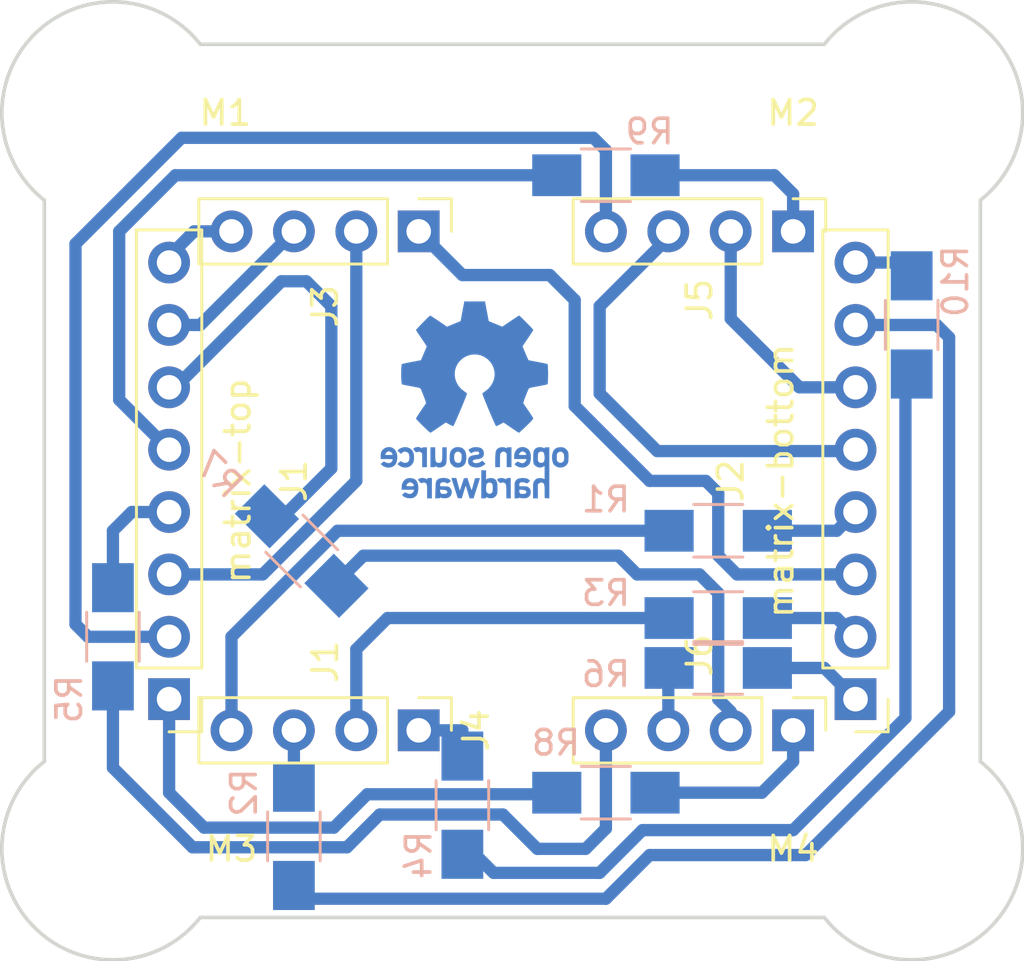
<source format=kicad_pcb>
(kicad_pcb (version 4) (host pcbnew 4.0.7)

  (general
    (links 26)
    (no_connects 0)
    (area 109.956658 82.016658 151.663342 121.183342)
    (thickness 1.6)
    (drawings 8)
    (tracks 111)
    (zones 0)
    (modules 21)
    (nets 27)
  )

  (page A4)
  (title_block
    (title "GAINER LED Matrix shield")
    (date 2018-09-29)
    (rev V1)
    (company Galion)
    (comment 1 "CERN Open Hardware Licence")
  )

  (layers
    (0 F.Cu signal)
    (31 B.Cu signal)
    (32 B.Adhes user)
    (33 F.Adhes user)
    (34 B.Paste user)
    (35 F.Paste user)
    (36 B.SilkS user)
    (37 F.SilkS user)
    (38 B.Mask user)
    (39 F.Mask user)
    (40 Dwgs.User user)
    (41 Cmts.User user)
    (42 Eco1.User user)
    (43 Eco2.User user)
    (44 Edge.Cuts user)
    (45 Margin user)
    (46 B.CrtYd user)
    (47 F.CrtYd user)
    (48 B.Fab user)
    (49 F.Fab user)
  )

  (setup
    (last_trace_width 0.5)
    (trace_clearance 0.3)
    (zone_clearance 0.508)
    (zone_45_only no)
    (trace_min 0.2)
    (segment_width 0.2)
    (edge_width 0.15)
    (via_size 1.2)
    (via_drill 0.8)
    (via_min_size 0.4)
    (via_min_drill 0.3)
    (uvia_size 0.3)
    (uvia_drill 0.1)
    (uvias_allowed no)
    (uvia_min_size 0.2)
    (uvia_min_drill 0.1)
    (pcb_text_width 0.3)
    (pcb_text_size 1.5 1.5)
    (mod_edge_width 0.15)
    (mod_text_size 1 1)
    (mod_text_width 0.15)
    (pad_size 1.524 1.524)
    (pad_drill 0.762)
    (pad_to_mask_clearance 0.2)
    (aux_axis_origin 0 0)
    (visible_elements 7FFFFFFF)
    (pcbplotparams
      (layerselection 0x00030_80000001)
      (usegerberextensions false)
      (excludeedgelayer true)
      (linewidth 0.100000)
      (plotframeref false)
      (viasonmask false)
      (mode 1)
      (useauxorigin false)
      (hpglpennumber 1)
      (hpglpenspeed 20)
      (hpglpendiameter 15)
      (hpglpenoverlay 2)
      (psnegative false)
      (psa4output false)
      (plotreference true)
      (plotvalue true)
      (plotinvisibletext false)
      (padsonsilk false)
      (subtractmaskfromsilk false)
      (outputformat 1)
      (mirror false)
      (drillshape 0)
      (scaleselection 1)
      (outputdirectory ""))
  )

  (net 0 "")
  (net 1 "Net-(J1-Pad1)")
  (net 2 "Net-(J1-Pad2)")
  (net 3 "Net-(J1-Pad3)")
  (net 4 "Net-(J1-Pad4)")
  (net 5 "Net-(J1-Pad5)")
  (net 6 "Net-(J1-Pad6)")
  (net 7 "Net-(J1-Pad7)")
  (net 8 "Net-(J1-Pad8)")
  (net 9 "Net-(J2-Pad1)")
  (net 10 "Net-(J2-Pad2)")
  (net 11 "Net-(J2-Pad3)")
  (net 12 "Net-(J2-Pad4)")
  (net 13 "Net-(J2-Pad5)")
  (net 14 "Net-(J2-Pad6)")
  (net 15 "Net-(J2-Pad7)")
  (net 16 "Net-(J2-Pad8)")
  (net 17 "Net-(J4-Pad1)")
  (net 18 "Net-(J4-Pad2)")
  (net 19 "Net-(J4-Pad3)")
  (net 20 "Net-(J4-Pad4)")
  (net 21 "Net-(J6-Pad1)")
  (net 22 "Net-(J6-Pad2)")
  (net 23 "Net-(J6-Pad3)")
  (net 24 "Net-(J6-Pad4)")
  (net 25 "Net-(J5-Pad1)")
  (net 26 "Net-(R10-Pad1)")

  (net_class Default "To jest domyślna klasa połączeń."
    (clearance 0.3)
    (trace_width 0.5)
    (via_dia 1.2)
    (via_drill 0.8)
    (uvia_dia 0.3)
    (uvia_drill 0.1)
    (add_net "Net-(J1-Pad1)")
    (add_net "Net-(J1-Pad2)")
    (add_net "Net-(J1-Pad3)")
    (add_net "Net-(J1-Pad4)")
    (add_net "Net-(J1-Pad5)")
    (add_net "Net-(J1-Pad6)")
    (add_net "Net-(J1-Pad7)")
    (add_net "Net-(J1-Pad8)")
    (add_net "Net-(J2-Pad1)")
    (add_net "Net-(J2-Pad2)")
    (add_net "Net-(J2-Pad3)")
    (add_net "Net-(J2-Pad4)")
    (add_net "Net-(J2-Pad5)")
    (add_net "Net-(J2-Pad6)")
    (add_net "Net-(J2-Pad7)")
    (add_net "Net-(J2-Pad8)")
    (add_net "Net-(J4-Pad1)")
    (add_net "Net-(J4-Pad2)")
    (add_net "Net-(J4-Pad3)")
    (add_net "Net-(J4-Pad4)")
    (add_net "Net-(J5-Pad1)")
    (add_net "Net-(J6-Pad1)")
    (add_net "Net-(J6-Pad2)")
    (add_net "Net-(J6-Pad3)")
    (add_net "Net-(J6-Pad4)")
    (add_net "Net-(R10-Pad1)")
  )

  (module Mounting_Holes:MountingHole_3.2mm_M3 (layer F.Cu) (tedit 5BAEA4D2) (tstamp 5BAEA2E0)
    (at 147.066 116.586)
    (descr "Mounting Hole 3.2mm, no annular, M3")
    (tags "mounting hole 3.2mm no annular m3")
    (fp_text reference M4 (at -4.826 0) (layer F.SilkS)
      (effects (font (size 1 1) (thickness 0.15)))
    )
    (fp_text value M4 (at -4.826 1.27) (layer F.Fab)
      (effects (font (size 1 1) (thickness 0.15)))
    )
    (fp_circle (center 0 0) (end 3.2 0) (layer Cmts.User) (width 0.15))
    (fp_circle (center 0 0) (end 3.45 0) (layer F.CrtYd) (width 0.05))
    (pad 1 np_thru_hole circle (at 0 0) (size 3.2 3.2) (drill 3.2) (layers *.Cu *.Mask))
  )

  (module Pin_Headers:Pin_Header_Straight_1x08_Pitch2.54mm (layer F.Cu) (tedit 5BAB5B10) (tstamp 5BA949A2)
    (at 116.84 110.49 180)
    (descr "Through hole straight pin header, 1x08, 2.54mm pitch, single row")
    (tags "Through hole pin header THT 1x08 2.54mm single row")
    (path /5BA944E5)
    (fp_text reference J1 (at -6.35 1.524 270) (layer F.SilkS)
      (effects (font (size 1 1) (thickness 0.15)))
    )
    (fp_text value matrix-top (at -2.794 8.89 270) (layer F.SilkS)
      (effects (font (size 1 1) (thickness 0.15)))
    )
    (fp_line (start -0.635 -1.27) (end 1.27 -1.27) (layer F.Fab) (width 0.1))
    (fp_line (start 1.27 -1.27) (end 1.27 19.05) (layer F.Fab) (width 0.1))
    (fp_line (start 1.27 19.05) (end -1.27 19.05) (layer F.Fab) (width 0.1))
    (fp_line (start -1.27 19.05) (end -1.27 -0.635) (layer F.Fab) (width 0.1))
    (fp_line (start -1.27 -0.635) (end -0.635 -1.27) (layer F.Fab) (width 0.1))
    (fp_line (start -1.33 19.11) (end 1.33 19.11) (layer F.SilkS) (width 0.12))
    (fp_line (start -1.33 1.27) (end -1.33 19.11) (layer F.SilkS) (width 0.12))
    (fp_line (start 1.33 1.27) (end 1.33 19.11) (layer F.SilkS) (width 0.12))
    (fp_line (start -1.33 1.27) (end 1.33 1.27) (layer F.SilkS) (width 0.12))
    (fp_line (start -1.33 0) (end -1.33 -1.33) (layer F.SilkS) (width 0.12))
    (fp_line (start -1.33 -1.33) (end 0 -1.33) (layer F.SilkS) (width 0.12))
    (fp_line (start -1.8 -1.8) (end -1.8 19.55) (layer F.CrtYd) (width 0.05))
    (fp_line (start -1.8 19.55) (end 1.8 19.55) (layer F.CrtYd) (width 0.05))
    (fp_line (start 1.8 19.55) (end 1.8 -1.8) (layer F.CrtYd) (width 0.05))
    (fp_line (start 1.8 -1.8) (end -1.8 -1.8) (layer F.CrtYd) (width 0.05))
    (fp_text user %R (at -5.08 8.89 270) (layer F.SilkS)
      (effects (font (size 1 1) (thickness 0.15)))
    )
    (pad 1 thru_hole rect (at 0 0 180) (size 1.7 1.7) (drill 1) (layers *.Cu *.Mask)
      (net 1 "Net-(J1-Pad1)"))
    (pad 2 thru_hole oval (at 0 2.54 180) (size 1.7 1.7) (drill 1) (layers *.Cu *.Mask)
      (net 2 "Net-(J1-Pad2)"))
    (pad 3 thru_hole oval (at 0 5.08 180) (size 1.7 1.7) (drill 1) (layers *.Cu *.Mask)
      (net 3 "Net-(J1-Pad3)"))
    (pad 4 thru_hole oval (at 0 7.62 180) (size 1.7 1.7) (drill 1) (layers *.Cu *.Mask)
      (net 4 "Net-(J1-Pad4)"))
    (pad 5 thru_hole oval (at 0 10.16 180) (size 1.7 1.7) (drill 1) (layers *.Cu *.Mask)
      (net 5 "Net-(J1-Pad5)"))
    (pad 6 thru_hole oval (at 0 12.7 180) (size 1.7 1.7) (drill 1) (layers *.Cu *.Mask)
      (net 6 "Net-(J1-Pad6)"))
    (pad 7 thru_hole oval (at 0 15.24 180) (size 1.7 1.7) (drill 1) (layers *.Cu *.Mask)
      (net 7 "Net-(J1-Pad7)"))
    (pad 8 thru_hole oval (at 0 17.78 180) (size 1.7 1.7) (drill 1) (layers *.Cu *.Mask)
      (net 8 "Net-(J1-Pad8)"))
    (model ${KISYS3DMOD}/Pin_Headers.3dshapes/Pin_Header_Straight_1x08_Pitch2.54mm.wrl
      (at (xyz 0 0 0))
      (scale (xyz 1 1 1))
      (rotate (xyz 0 0 0))
    )
  )

  (module Pin_Headers:Pin_Header_Straight_1x08_Pitch2.54mm (layer F.Cu) (tedit 5BAB5982) (tstamp 5BA949AE)
    (at 144.78 110.49 180)
    (descr "Through hole straight pin header, 1x08, 2.54mm pitch, single row")
    (tags "Through hole pin header THT 1x08 2.54mm single row")
    (path /5BA94549)
    (fp_text reference J2 (at 5.08 8.89 270) (layer F.SilkS)
      (effects (font (size 1 1) (thickness 0.15)))
    )
    (fp_text value matrix-bottom (at 3.048 8.89 270) (layer F.SilkS)
      (effects (font (size 1 1) (thickness 0.15)))
    )
    (fp_line (start -0.635 -1.27) (end 1.27 -1.27) (layer F.Fab) (width 0.1))
    (fp_line (start 1.27 -1.27) (end 1.27 19.05) (layer F.Fab) (width 0.1))
    (fp_line (start 1.27 19.05) (end -1.27 19.05) (layer F.Fab) (width 0.1))
    (fp_line (start -1.27 19.05) (end -1.27 -0.635) (layer F.Fab) (width 0.1))
    (fp_line (start -1.27 -0.635) (end -0.635 -1.27) (layer F.Fab) (width 0.1))
    (fp_line (start -1.33 19.11) (end 1.33 19.11) (layer F.SilkS) (width 0.12))
    (fp_line (start -1.33 1.27) (end -1.33 19.11) (layer F.SilkS) (width 0.12))
    (fp_line (start 1.33 1.27) (end 1.33 19.11) (layer F.SilkS) (width 0.12))
    (fp_line (start -1.33 1.27) (end 1.33 1.27) (layer F.SilkS) (width 0.12))
    (fp_line (start -1.33 0) (end -1.33 -1.33) (layer F.SilkS) (width 0.12))
    (fp_line (start -1.33 -1.33) (end 0 -1.33) (layer F.SilkS) (width 0.12))
    (fp_line (start -1.8 -1.8) (end -1.8 19.55) (layer F.CrtYd) (width 0.05))
    (fp_line (start -1.8 19.55) (end 1.8 19.55) (layer F.CrtYd) (width 0.05))
    (fp_line (start 1.8 19.55) (end 1.8 -1.8) (layer F.CrtYd) (width 0.05))
    (fp_line (start 1.8 -1.8) (end -1.8 -1.8) (layer F.CrtYd) (width 0.05))
    (fp_text user %R (at 0 8.89 270) (layer F.Fab)
      (effects (font (size 1 1) (thickness 0.15)))
    )
    (pad 1 thru_hole rect (at 0 0 180) (size 1.7 1.7) (drill 1) (layers *.Cu *.Mask)
      (net 9 "Net-(J2-Pad1)"))
    (pad 2 thru_hole oval (at 0 2.54 180) (size 1.7 1.7) (drill 1) (layers *.Cu *.Mask)
      (net 10 "Net-(J2-Pad2)"))
    (pad 3 thru_hole oval (at 0 5.08 180) (size 1.7 1.7) (drill 1) (layers *.Cu *.Mask)
      (net 11 "Net-(J2-Pad3)"))
    (pad 4 thru_hole oval (at 0 7.62 180) (size 1.7 1.7) (drill 1) (layers *.Cu *.Mask)
      (net 12 "Net-(J2-Pad4)"))
    (pad 5 thru_hole oval (at 0 10.16 180) (size 1.7 1.7) (drill 1) (layers *.Cu *.Mask)
      (net 13 "Net-(J2-Pad5)"))
    (pad 6 thru_hole oval (at 0 12.7 180) (size 1.7 1.7) (drill 1) (layers *.Cu *.Mask)
      (net 14 "Net-(J2-Pad6)"))
    (pad 7 thru_hole oval (at 0 15.24 180) (size 1.7 1.7) (drill 1) (layers *.Cu *.Mask)
      (net 15 "Net-(J2-Pad7)"))
    (pad 8 thru_hole oval (at 0 17.78 180) (size 1.7 1.7) (drill 1) (layers *.Cu *.Mask)
      (net 16 "Net-(J2-Pad8)"))
    (model ${KISYS3DMOD}/Pin_Headers.3dshapes/Pin_Header_Straight_1x08_Pitch2.54mm.wrl
      (at (xyz 0 0 0))
      (scale (xyz 1 1 1))
      (rotate (xyz 0 0 0))
    )
  )

  (module Pin_Headers:Pin_Header_Straight_1x04_Pitch2.54mm (layer F.Cu) (tedit 59650532) (tstamp 5BA949B6)
    (at 127 91.44 270)
    (descr "Through hole straight pin header, 1x04, 2.54mm pitch, single row")
    (tags "Through hole pin header THT 1x04 2.54mm single row")
    (path /5BA940B9)
    (fp_text reference J3 (at 3.048 3.81 270) (layer F.SilkS)
      (effects (font (size 1 1) (thickness 0.15)))
    )
    (fp_text value din (at 0 9.95 270) (layer F.Fab)
      (effects (font (size 1 1) (thickness 0.15)))
    )
    (fp_line (start -0.635 -1.27) (end 1.27 -1.27) (layer F.Fab) (width 0.1))
    (fp_line (start 1.27 -1.27) (end 1.27 8.89) (layer F.Fab) (width 0.1))
    (fp_line (start 1.27 8.89) (end -1.27 8.89) (layer F.Fab) (width 0.1))
    (fp_line (start -1.27 8.89) (end -1.27 -0.635) (layer F.Fab) (width 0.1))
    (fp_line (start -1.27 -0.635) (end -0.635 -1.27) (layer F.Fab) (width 0.1))
    (fp_line (start -1.33 8.95) (end 1.33 8.95) (layer F.SilkS) (width 0.12))
    (fp_line (start -1.33 1.27) (end -1.33 8.95) (layer F.SilkS) (width 0.12))
    (fp_line (start 1.33 1.27) (end 1.33 8.95) (layer F.SilkS) (width 0.12))
    (fp_line (start -1.33 1.27) (end 1.33 1.27) (layer F.SilkS) (width 0.12))
    (fp_line (start -1.33 0) (end -1.33 -1.33) (layer F.SilkS) (width 0.12))
    (fp_line (start -1.33 -1.33) (end 0 -1.33) (layer F.SilkS) (width 0.12))
    (fp_line (start -1.8 -1.8) (end -1.8 9.4) (layer F.CrtYd) (width 0.05))
    (fp_line (start -1.8 9.4) (end 1.8 9.4) (layer F.CrtYd) (width 0.05))
    (fp_line (start 1.8 9.4) (end 1.8 -1.8) (layer F.CrtYd) (width 0.05))
    (fp_line (start 1.8 -1.8) (end -1.8 -1.8) (layer F.CrtYd) (width 0.05))
    (fp_text user %R (at 0 3.81 360) (layer F.Fab)
      (effects (font (size 1 1) (thickness 0.15)))
    )
    (pad 1 thru_hole rect (at 0 0 270) (size 1.7 1.7) (drill 1) (layers *.Cu *.Mask)
      (net 11 "Net-(J2-Pad3)"))
    (pad 2 thru_hole oval (at 0 2.54 270) (size 1.7 1.7) (drill 1) (layers *.Cu *.Mask)
      (net 3 "Net-(J1-Pad3)"))
    (pad 3 thru_hole oval (at 0 5.08 270) (size 1.7 1.7) (drill 1) (layers *.Cu *.Mask)
      (net 7 "Net-(J1-Pad7)"))
    (pad 4 thru_hole oval (at 0 7.62 270) (size 1.7 1.7) (drill 1) (layers *.Cu *.Mask)
      (net 8 "Net-(J1-Pad8)"))
    (model ${KISYS3DMOD}/Pin_Headers.3dshapes/Pin_Header_Straight_1x04_Pitch2.54mm.wrl
      (at (xyz 0 0 0))
      (scale (xyz 1 1 1))
      (rotate (xyz 0 0 0))
    )
  )

  (module Pin_Headers:Pin_Header_Straight_1x04_Pitch2.54mm (layer F.Cu) (tedit 59650532) (tstamp 5BA949BE)
    (at 127 111.76 270)
    (descr "Through hole straight pin header, 1x04, 2.54mm pitch, single row")
    (tags "Through hole pin header THT 1x04 2.54mm single row")
    (path /5BA9417F)
    (fp_text reference J4 (at 0 -2.33 270) (layer F.SilkS)
      (effects (font (size 1 1) (thickness 0.15)))
    )
    (fp_text value dout (at 0 9.95 270) (layer F.Fab)
      (effects (font (size 1 1) (thickness 0.15)))
    )
    (fp_line (start -0.635 -1.27) (end 1.27 -1.27) (layer F.Fab) (width 0.1))
    (fp_line (start 1.27 -1.27) (end 1.27 8.89) (layer F.Fab) (width 0.1))
    (fp_line (start 1.27 8.89) (end -1.27 8.89) (layer F.Fab) (width 0.1))
    (fp_line (start -1.27 8.89) (end -1.27 -0.635) (layer F.Fab) (width 0.1))
    (fp_line (start -1.27 -0.635) (end -0.635 -1.27) (layer F.Fab) (width 0.1))
    (fp_line (start -1.33 8.95) (end 1.33 8.95) (layer F.SilkS) (width 0.12))
    (fp_line (start -1.33 1.27) (end -1.33 8.95) (layer F.SilkS) (width 0.12))
    (fp_line (start 1.33 1.27) (end 1.33 8.95) (layer F.SilkS) (width 0.12))
    (fp_line (start -1.33 1.27) (end 1.33 1.27) (layer F.SilkS) (width 0.12))
    (fp_line (start -1.33 0) (end -1.33 -1.33) (layer F.SilkS) (width 0.12))
    (fp_line (start -1.33 -1.33) (end 0 -1.33) (layer F.SilkS) (width 0.12))
    (fp_line (start -1.8 -1.8) (end -1.8 9.4) (layer F.CrtYd) (width 0.05))
    (fp_line (start -1.8 9.4) (end 1.8 9.4) (layer F.CrtYd) (width 0.05))
    (fp_line (start 1.8 9.4) (end 1.8 -1.8) (layer F.CrtYd) (width 0.05))
    (fp_line (start 1.8 -1.8) (end -1.8 -1.8) (layer F.CrtYd) (width 0.05))
    (fp_text user %R (at 0 3.81 360) (layer F.Fab)
      (effects (font (size 1 1) (thickness 0.15)))
    )
    (pad 1 thru_hole rect (at 0 0 270) (size 1.7 1.7) (drill 1) (layers *.Cu *.Mask)
      (net 17 "Net-(J4-Pad1)"))
    (pad 2 thru_hole oval (at 0 2.54 270) (size 1.7 1.7) (drill 1) (layers *.Cu *.Mask)
      (net 18 "Net-(J4-Pad2)"))
    (pad 3 thru_hole oval (at 0 5.08 270) (size 1.7 1.7) (drill 1) (layers *.Cu *.Mask)
      (net 19 "Net-(J4-Pad3)"))
    (pad 4 thru_hole oval (at 0 7.62 270) (size 1.7 1.7) (drill 1) (layers *.Cu *.Mask)
      (net 20 "Net-(J4-Pad4)"))
    (model ${KISYS3DMOD}/Pin_Headers.3dshapes/Pin_Header_Straight_1x04_Pitch2.54mm.wrl
      (at (xyz 0 0 0))
      (scale (xyz 1 1 1))
      (rotate (xyz 0 0 0))
    )
  )

  (module Pin_Headers:Pin_Header_Straight_1x04_Pitch2.54mm (layer F.Cu) (tedit 59650532) (tstamp 5BA949C6)
    (at 142.24 91.44 270)
    (descr "Through hole straight pin header, 1x04, 2.54mm pitch, single row")
    (tags "Through hole pin header THT 1x04 2.54mm single row")
    (path /5BA94145)
    (fp_text reference J5 (at 2.794 3.81 270) (layer F.SilkS)
      (effects (font (size 1 1) (thickness 0.15)))
    )
    (fp_text value ain (at 0 9.95 270) (layer F.Fab)
      (effects (font (size 1 1) (thickness 0.15)))
    )
    (fp_line (start -0.635 -1.27) (end 1.27 -1.27) (layer F.Fab) (width 0.1))
    (fp_line (start 1.27 -1.27) (end 1.27 8.89) (layer F.Fab) (width 0.1))
    (fp_line (start 1.27 8.89) (end -1.27 8.89) (layer F.Fab) (width 0.1))
    (fp_line (start -1.27 8.89) (end -1.27 -0.635) (layer F.Fab) (width 0.1))
    (fp_line (start -1.27 -0.635) (end -0.635 -1.27) (layer F.Fab) (width 0.1))
    (fp_line (start -1.33 8.95) (end 1.33 8.95) (layer F.SilkS) (width 0.12))
    (fp_line (start -1.33 1.27) (end -1.33 8.95) (layer F.SilkS) (width 0.12))
    (fp_line (start 1.33 1.27) (end 1.33 8.95) (layer F.SilkS) (width 0.12))
    (fp_line (start -1.33 1.27) (end 1.33 1.27) (layer F.SilkS) (width 0.12))
    (fp_line (start -1.33 0) (end -1.33 -1.33) (layer F.SilkS) (width 0.12))
    (fp_line (start -1.33 -1.33) (end 0 -1.33) (layer F.SilkS) (width 0.12))
    (fp_line (start -1.8 -1.8) (end -1.8 9.4) (layer F.CrtYd) (width 0.05))
    (fp_line (start -1.8 9.4) (end 1.8 9.4) (layer F.CrtYd) (width 0.05))
    (fp_line (start 1.8 9.4) (end 1.8 -1.8) (layer F.CrtYd) (width 0.05))
    (fp_line (start 1.8 -1.8) (end -1.8 -1.8) (layer F.CrtYd) (width 0.05))
    (fp_text user %R (at 0 3.81 360) (layer F.Fab)
      (effects (font (size 1 1) (thickness 0.15)))
    )
    (pad 1 thru_hole rect (at 0 0 270) (size 1.7 1.7) (drill 1) (layers *.Cu *.Mask)
      (net 25 "Net-(J5-Pad1)"))
    (pad 2 thru_hole oval (at 0 2.54 270) (size 1.7 1.7) (drill 1) (layers *.Cu *.Mask)
      (net 14 "Net-(J2-Pad6)"))
    (pad 3 thru_hole oval (at 0 5.08 270) (size 1.7 1.7) (drill 1) (layers *.Cu *.Mask)
      (net 13 "Net-(J2-Pad5)"))
    (pad 4 thru_hole oval (at 0 7.62 270) (size 1.7 1.7) (drill 1) (layers *.Cu *.Mask)
      (net 2 "Net-(J1-Pad2)"))
    (model ${KISYS3DMOD}/Pin_Headers.3dshapes/Pin_Header_Straight_1x04_Pitch2.54mm.wrl
      (at (xyz 0 0 0))
      (scale (xyz 1 1 1))
      (rotate (xyz 0 0 0))
    )
  )

  (module Pin_Headers:Pin_Header_Straight_1x04_Pitch2.54mm (layer F.Cu) (tedit 59650532) (tstamp 5BA949CE)
    (at 142.24 111.76 270)
    (descr "Through hole straight pin header, 1x04, 2.54mm pitch, single row")
    (tags "Through hole pin header THT 1x04 2.54mm single row")
    (path /5BA941BE)
    (fp_text reference J6 (at -3.048 3.81 270) (layer F.SilkS)
      (effects (font (size 1 1) (thickness 0.15)))
    )
    (fp_text value aout (at 0 9.95 270) (layer F.Fab)
      (effects (font (size 1 1) (thickness 0.15)))
    )
    (fp_line (start -0.635 -1.27) (end 1.27 -1.27) (layer F.Fab) (width 0.1))
    (fp_line (start 1.27 -1.27) (end 1.27 8.89) (layer F.Fab) (width 0.1))
    (fp_line (start 1.27 8.89) (end -1.27 8.89) (layer F.Fab) (width 0.1))
    (fp_line (start -1.27 8.89) (end -1.27 -0.635) (layer F.Fab) (width 0.1))
    (fp_line (start -1.27 -0.635) (end -0.635 -1.27) (layer F.Fab) (width 0.1))
    (fp_line (start -1.33 8.95) (end 1.33 8.95) (layer F.SilkS) (width 0.12))
    (fp_line (start -1.33 1.27) (end -1.33 8.95) (layer F.SilkS) (width 0.12))
    (fp_line (start 1.33 1.27) (end 1.33 8.95) (layer F.SilkS) (width 0.12))
    (fp_line (start -1.33 1.27) (end 1.33 1.27) (layer F.SilkS) (width 0.12))
    (fp_line (start -1.33 0) (end -1.33 -1.33) (layer F.SilkS) (width 0.12))
    (fp_line (start -1.33 -1.33) (end 0 -1.33) (layer F.SilkS) (width 0.12))
    (fp_line (start -1.8 -1.8) (end -1.8 9.4) (layer F.CrtYd) (width 0.05))
    (fp_line (start -1.8 9.4) (end 1.8 9.4) (layer F.CrtYd) (width 0.05))
    (fp_line (start 1.8 9.4) (end 1.8 -1.8) (layer F.CrtYd) (width 0.05))
    (fp_line (start 1.8 -1.8) (end -1.8 -1.8) (layer F.CrtYd) (width 0.05))
    (fp_text user %R (at 0 3.81 360) (layer F.Fab)
      (effects (font (size 1 1) (thickness 0.15)))
    )
    (pad 1 thru_hole rect (at 0 0 270) (size 1.7 1.7) (drill 1) (layers *.Cu *.Mask)
      (net 21 "Net-(J6-Pad1)"))
    (pad 2 thru_hole oval (at 0 2.54 270) (size 1.7 1.7) (drill 1) (layers *.Cu *.Mask)
      (net 22 "Net-(J6-Pad2)"))
    (pad 3 thru_hole oval (at 0 5.08 270) (size 1.7 1.7) (drill 1) (layers *.Cu *.Mask)
      (net 23 "Net-(J6-Pad3)"))
    (pad 4 thru_hole oval (at 0 7.62 270) (size 1.7 1.7) (drill 1) (layers *.Cu *.Mask)
      (net 24 "Net-(J6-Pad4)"))
    (model ${KISYS3DMOD}/Pin_Headers.3dshapes/Pin_Header_Straight_1x04_Pitch2.54mm.wrl
      (at (xyz 0 0 0))
      (scale (xyz 1 1 1))
      (rotate (xyz 0 0 0))
    )
  )

  (module Resistors_SMD:R_1206_HandSoldering (layer B.Cu) (tedit 5BAE9CE3) (tstamp 5BA949D4)
    (at 139.192 103.632)
    (descr "Resistor SMD 1206, hand soldering")
    (tags "resistor 1206")
    (path /5BA95899)
    (attr smd)
    (fp_text reference R1 (at -4.572 -1.27) (layer B.SilkS)
      (effects (font (size 1 1) (thickness 0.15)) (justify mirror))
    )
    (fp_text value 100 (at 3.048 0) (layer B.Fab)
      (effects (font (size 1 1) (thickness 0.15)) (justify mirror))
    )
    (fp_text user %R (at 0 0) (layer B.Fab)
      (effects (font (size 0.7 0.7) (thickness 0.105)) (justify mirror))
    )
    (fp_line (start -1.6 -0.8) (end -1.6 0.8) (layer B.Fab) (width 0.1))
    (fp_line (start 1.6 -0.8) (end -1.6 -0.8) (layer B.Fab) (width 0.1))
    (fp_line (start 1.6 0.8) (end 1.6 -0.8) (layer B.Fab) (width 0.1))
    (fp_line (start -1.6 0.8) (end 1.6 0.8) (layer B.Fab) (width 0.1))
    (fp_line (start 1 -1.07) (end -1 -1.07) (layer B.SilkS) (width 0.12))
    (fp_line (start -1 1.07) (end 1 1.07) (layer B.SilkS) (width 0.12))
    (fp_line (start -3.25 1.11) (end 3.25 1.11) (layer B.CrtYd) (width 0.05))
    (fp_line (start -3.25 1.11) (end -3.25 -1.1) (layer B.CrtYd) (width 0.05))
    (fp_line (start 3.25 -1.1) (end 3.25 1.11) (layer B.CrtYd) (width 0.05))
    (fp_line (start 3.25 -1.1) (end -3.25 -1.1) (layer B.CrtYd) (width 0.05))
    (pad 1 smd rect (at -2 0) (size 2 1.7) (layers B.Cu B.Paste B.Mask)
      (net 20 "Net-(J4-Pad4)"))
    (pad 2 smd rect (at 2 0) (size 2 1.7) (layers B.Cu B.Paste B.Mask)
      (net 12 "Net-(J2-Pad4)"))
    (model ${KISYS3DMOD}/Resistors_SMD.3dshapes/R_1206.wrl
      (at (xyz 0 0 0))
      (scale (xyz 1 1 1))
      (rotate (xyz 0 0 0))
    )
  )

  (module Resistors_SMD:R_1206_HandSoldering (layer B.Cu) (tedit 5BAE9C90) (tstamp 5BA949DA)
    (at 121.92 116.078 270)
    (descr "Resistor SMD 1206, hand soldering")
    (tags "resistor 1206")
    (path /5BA95862)
    (attr smd)
    (fp_text reference R2 (at -1.778 2.032 270) (layer B.SilkS)
      (effects (font (size 1 1) (thickness 0.15)) (justify mirror))
    )
    (fp_text value 100 (at 0 -1.9 270) (layer B.Fab)
      (effects (font (size 1 1) (thickness 0.15)) (justify mirror))
    )
    (fp_text user %R (at 0 0 270) (layer B.Fab)
      (effects (font (size 0.7 0.7) (thickness 0.105)) (justify mirror))
    )
    (fp_line (start -1.6 -0.8) (end -1.6 0.8) (layer B.Fab) (width 0.1))
    (fp_line (start 1.6 -0.8) (end -1.6 -0.8) (layer B.Fab) (width 0.1))
    (fp_line (start 1.6 0.8) (end 1.6 -0.8) (layer B.Fab) (width 0.1))
    (fp_line (start -1.6 0.8) (end 1.6 0.8) (layer B.Fab) (width 0.1))
    (fp_line (start 1 -1.07) (end -1 -1.07) (layer B.SilkS) (width 0.12))
    (fp_line (start -1 1.07) (end 1 1.07) (layer B.SilkS) (width 0.12))
    (fp_line (start -3.25 1.11) (end 3.25 1.11) (layer B.CrtYd) (width 0.05))
    (fp_line (start -3.25 1.11) (end -3.25 -1.1) (layer B.CrtYd) (width 0.05))
    (fp_line (start 3.25 -1.1) (end 3.25 1.11) (layer B.CrtYd) (width 0.05))
    (fp_line (start 3.25 -1.1) (end -3.25 -1.1) (layer B.CrtYd) (width 0.05))
    (pad 1 smd rect (at -2 0 270) (size 2 1.7) (layers B.Cu B.Paste B.Mask)
      (net 19 "Net-(J4-Pad3)"))
    (pad 2 smd rect (at 2 0 270) (size 2 1.7) (layers B.Cu B.Paste B.Mask)
      (net 15 "Net-(J2-Pad7)"))
    (model ${KISYS3DMOD}/Resistors_SMD.3dshapes/R_1206.wrl
      (at (xyz 0 0 0))
      (scale (xyz 1 1 1))
      (rotate (xyz 0 0 0))
    )
  )

  (module Resistors_SMD:R_1206_HandSoldering (layer B.Cu) (tedit 5BAE9CF2) (tstamp 5BA949E0)
    (at 139.192 107.188)
    (descr "Resistor SMD 1206, hand soldering")
    (tags "resistor 1206")
    (path /5BA9582E)
    (attr smd)
    (fp_text reference R3 (at -4.572 -1.016) (layer B.SilkS)
      (effects (font (size 1 1) (thickness 0.15)) (justify mirror))
    )
    (fp_text value 100 (at 3.048 0.127) (layer B.Fab)
      (effects (font (size 1 1) (thickness 0.15)) (justify mirror))
    )
    (fp_text user %R (at 0 0) (layer B.Fab)
      (effects (font (size 0.7 0.7) (thickness 0.105)) (justify mirror))
    )
    (fp_line (start -1.6 -0.8) (end -1.6 0.8) (layer B.Fab) (width 0.1))
    (fp_line (start 1.6 -0.8) (end -1.6 -0.8) (layer B.Fab) (width 0.1))
    (fp_line (start 1.6 0.8) (end 1.6 -0.8) (layer B.Fab) (width 0.1))
    (fp_line (start -1.6 0.8) (end 1.6 0.8) (layer B.Fab) (width 0.1))
    (fp_line (start 1 -1.07) (end -1 -1.07) (layer B.SilkS) (width 0.12))
    (fp_line (start -1 1.07) (end 1 1.07) (layer B.SilkS) (width 0.12))
    (fp_line (start -3.25 1.11) (end 3.25 1.11) (layer B.CrtYd) (width 0.05))
    (fp_line (start -3.25 1.11) (end -3.25 -1.1) (layer B.CrtYd) (width 0.05))
    (fp_line (start 3.25 -1.1) (end 3.25 1.11) (layer B.CrtYd) (width 0.05))
    (fp_line (start 3.25 -1.1) (end -3.25 -1.1) (layer B.CrtYd) (width 0.05))
    (pad 1 smd rect (at -2 0) (size 2 1.7) (layers B.Cu B.Paste B.Mask)
      (net 18 "Net-(J4-Pad2)"))
    (pad 2 smd rect (at 2 0) (size 2 1.7) (layers B.Cu B.Paste B.Mask)
      (net 10 "Net-(J2-Pad2)"))
    (model ${KISYS3DMOD}/Resistors_SMD.3dshapes/R_1206.wrl
      (at (xyz 0 0 0))
      (scale (xyz 1 1 1))
      (rotate (xyz 0 0 0))
    )
  )

  (module Resistors_SMD:R_1206_HandSoldering (layer B.Cu) (tedit 5BAE9C8C) (tstamp 5BA949E6)
    (at 128.778 114.808 270)
    (descr "Resistor SMD 1206, hand soldering")
    (tags "resistor 1206")
    (path /5BA957E3)
    (attr smd)
    (fp_text reference R4 (at 2.032 1.778 270) (layer B.SilkS)
      (effects (font (size 1 1) (thickness 0.15)) (justify mirror))
    )
    (fp_text value 100 (at 0 -1.9 270) (layer B.Fab)
      (effects (font (size 1 1) (thickness 0.15)) (justify mirror))
    )
    (fp_text user %R (at 0 0 270) (layer B.Fab)
      (effects (font (size 0.7 0.7) (thickness 0.105)) (justify mirror))
    )
    (fp_line (start -1.6 -0.8) (end -1.6 0.8) (layer B.Fab) (width 0.1))
    (fp_line (start 1.6 -0.8) (end -1.6 -0.8) (layer B.Fab) (width 0.1))
    (fp_line (start 1.6 0.8) (end 1.6 -0.8) (layer B.Fab) (width 0.1))
    (fp_line (start -1.6 0.8) (end 1.6 0.8) (layer B.Fab) (width 0.1))
    (fp_line (start 1 -1.07) (end -1 -1.07) (layer B.SilkS) (width 0.12))
    (fp_line (start -1 1.07) (end 1 1.07) (layer B.SilkS) (width 0.12))
    (fp_line (start -3.25 1.11) (end 3.25 1.11) (layer B.CrtYd) (width 0.05))
    (fp_line (start -3.25 1.11) (end -3.25 -1.1) (layer B.CrtYd) (width 0.05))
    (fp_line (start 3.25 -1.1) (end 3.25 1.11) (layer B.CrtYd) (width 0.05))
    (fp_line (start 3.25 -1.1) (end -3.25 -1.1) (layer B.CrtYd) (width 0.05))
    (pad 1 smd rect (at -2 0 270) (size 2 1.7) (layers B.Cu B.Paste B.Mask)
      (net 17 "Net-(J4-Pad1)"))
    (pad 2 smd rect (at 2 0 270) (size 2 1.7) (layers B.Cu B.Paste B.Mask)
      (net 26 "Net-(R10-Pad1)"))
    (model ${KISYS3DMOD}/Resistors_SMD.3dshapes/R_1206.wrl
      (at (xyz 0 0 0))
      (scale (xyz 1 1 1))
      (rotate (xyz 0 0 0))
    )
  )

  (module Resistors_SMD:R_1206_HandSoldering (layer B.Cu) (tedit 5BAE9CC6) (tstamp 5BA949EC)
    (at 114.554 107.95 90)
    (descr "Resistor SMD 1206, hand soldering")
    (tags "resistor 1206")
    (path /5BA957B5)
    (attr smd)
    (fp_text reference R5 (at -2.54 -1.778 90) (layer B.SilkS)
      (effects (font (size 1 1) (thickness 0.15)) (justify mirror))
    )
    (fp_text value 100 (at 0 -1.905 270) (layer B.Fab)
      (effects (font (size 1 1) (thickness 0.15)) (justify mirror))
    )
    (fp_text user %R (at 0 0 90) (layer B.Fab)
      (effects (font (size 0.7 0.7) (thickness 0.105)) (justify mirror))
    )
    (fp_line (start -1.6 -0.8) (end -1.6 0.8) (layer B.Fab) (width 0.1))
    (fp_line (start 1.6 -0.8) (end -1.6 -0.8) (layer B.Fab) (width 0.1))
    (fp_line (start 1.6 0.8) (end 1.6 -0.8) (layer B.Fab) (width 0.1))
    (fp_line (start -1.6 0.8) (end 1.6 0.8) (layer B.Fab) (width 0.1))
    (fp_line (start 1 -1.07) (end -1 -1.07) (layer B.SilkS) (width 0.12))
    (fp_line (start -1 1.07) (end 1 1.07) (layer B.SilkS) (width 0.12))
    (fp_line (start -3.25 1.11) (end 3.25 1.11) (layer B.CrtYd) (width 0.05))
    (fp_line (start -3.25 1.11) (end -3.25 -1.1) (layer B.CrtYd) (width 0.05))
    (fp_line (start 3.25 -1.1) (end 3.25 1.11) (layer B.CrtYd) (width 0.05))
    (fp_line (start 3.25 -1.1) (end -3.25 -1.1) (layer B.CrtYd) (width 0.05))
    (pad 1 smd rect (at -2 0 90) (size 2 1.7) (layers B.Cu B.Paste B.Mask)
      (net 24 "Net-(J6-Pad4)"))
    (pad 2 smd rect (at 2 0 90) (size 2 1.7) (layers B.Cu B.Paste B.Mask)
      (net 4 "Net-(J1-Pad4)"))
    (model ${KISYS3DMOD}/Resistors_SMD.3dshapes/R_1206.wrl
      (at (xyz 0 0 0))
      (scale (xyz 1 1 1))
      (rotate (xyz 0 0 0))
    )
  )

  (module Resistors_SMD:R_1206_HandSoldering (layer B.Cu) (tedit 5BAE9CE7) (tstamp 5BA949F2)
    (at 139.192 109.22)
    (descr "Resistor SMD 1206, hand soldering")
    (tags "resistor 1206")
    (path /5BA9578A)
    (attr smd)
    (fp_text reference R6 (at -4.572 0.254) (layer B.SilkS)
      (effects (font (size 1 1) (thickness 0.15)) (justify mirror))
    )
    (fp_text value 100 (at 3.048 0) (layer B.Fab)
      (effects (font (size 1 1) (thickness 0.15)) (justify mirror))
    )
    (fp_text user %R (at -0.127 0) (layer B.Fab)
      (effects (font (size 0.7 0.7) (thickness 0.105)) (justify mirror))
    )
    (fp_line (start -1.6 -0.8) (end -1.6 0.8) (layer B.Fab) (width 0.1))
    (fp_line (start 1.6 -0.8) (end -1.6 -0.8) (layer B.Fab) (width 0.1))
    (fp_line (start 1.6 0.8) (end 1.6 -0.8) (layer B.Fab) (width 0.1))
    (fp_line (start -1.6 0.8) (end 1.6 0.8) (layer B.Fab) (width 0.1))
    (fp_line (start 1 -1.07) (end -1 -1.07) (layer B.SilkS) (width 0.12))
    (fp_line (start -1 1.07) (end 1 1.07) (layer B.SilkS) (width 0.12))
    (fp_line (start -3.25 1.11) (end 3.25 1.11) (layer B.CrtYd) (width 0.05))
    (fp_line (start -3.25 1.11) (end -3.25 -1.1) (layer B.CrtYd) (width 0.05))
    (fp_line (start 3.25 -1.1) (end 3.25 1.11) (layer B.CrtYd) (width 0.05))
    (fp_line (start 3.25 -1.1) (end -3.25 -1.1) (layer B.CrtYd) (width 0.05))
    (pad 1 smd rect (at -2 0) (size 2 1.7) (layers B.Cu B.Paste B.Mask)
      (net 23 "Net-(J6-Pad3)"))
    (pad 2 smd rect (at 2 0) (size 2 1.7) (layers B.Cu B.Paste B.Mask)
      (net 9 "Net-(J2-Pad1)"))
    (model ${KISYS3DMOD}/Resistors_SMD.3dshapes/R_1206.wrl
      (at (xyz 0 0 0))
      (scale (xyz 1 1 1))
      (rotate (xyz 0 0 0))
    )
  )

  (module Resistors_SMD:R_1206_HandSoldering (layer B.Cu) (tedit 5BAE9CB9) (tstamp 5BA949F8)
    (at 122.2375 104.4575 135)
    (descr "Resistor SMD 1206, hand soldering")
    (tags "resistor 1206")
    (path /5BA9575E)
    (attr smd)
    (fp_text reference R7 (at 4.579931 -0.179605 135) (layer B.SilkS)
      (effects (font (size 1 1) (thickness 0.15)) (justify mirror))
    )
    (fp_text value 100 (at 0 -1.9 135) (layer B.Fab)
      (effects (font (size 1 1) (thickness 0.15)) (justify mirror))
    )
    (fp_text user %R (at 0 0 135) (layer B.Fab)
      (effects (font (size 0.7 0.7) (thickness 0.105)) (justify mirror))
    )
    (fp_line (start -1.6 -0.8) (end -1.6 0.8) (layer B.Fab) (width 0.1))
    (fp_line (start 1.6 -0.8) (end -1.6 -0.8) (layer B.Fab) (width 0.1))
    (fp_line (start 1.6 0.8) (end 1.6 -0.8) (layer B.Fab) (width 0.1))
    (fp_line (start -1.6 0.8) (end 1.6 0.8) (layer B.Fab) (width 0.1))
    (fp_line (start 1 -1.07) (end -1 -1.07) (layer B.SilkS) (width 0.12))
    (fp_line (start -1 1.07) (end 1 1.07) (layer B.SilkS) (width 0.12))
    (fp_line (start -3.25 1.11) (end 3.25 1.11) (layer B.CrtYd) (width 0.05))
    (fp_line (start -3.25 1.11) (end -3.25 -1.1) (layer B.CrtYd) (width 0.05))
    (fp_line (start 3.25 -1.1) (end 3.25 1.11) (layer B.CrtYd) (width 0.05))
    (fp_line (start 3.25 -1.1) (end -3.25 -1.1) (layer B.CrtYd) (width 0.05))
    (pad 1 smd rect (at -2 0 135) (size 2 1.7) (layers B.Cu B.Paste B.Mask)
      (net 22 "Net-(J6-Pad2)"))
    (pad 2 smd rect (at 2 0 135) (size 2 1.7) (layers B.Cu B.Paste B.Mask)
      (net 6 "Net-(J1-Pad6)"))
    (model ${KISYS3DMOD}/Resistors_SMD.3dshapes/R_1206.wrl
      (at (xyz 0 0 0))
      (scale (xyz 1 1 1))
      (rotate (xyz 0 0 0))
    )
  )

  (module Resistors_SMD:R_1206_HandSoldering (layer B.Cu) (tedit 5BAE9CAB) (tstamp 5BA949FE)
    (at 134.62 114.3 180)
    (descr "Resistor SMD 1206, hand soldering")
    (tags "resistor 1206")
    (path /5BA951F3)
    (attr smd)
    (fp_text reference R8 (at 2.032 2.032 180) (layer B.SilkS)
      (effects (font (size 1 1) (thickness 0.15)) (justify mirror))
    )
    (fp_text value 100 (at 0 -1.9 180) (layer B.Fab)
      (effects (font (size 1 1) (thickness 0.15)) (justify mirror))
    )
    (fp_text user %R (at 0 0 180) (layer B.Fab)
      (effects (font (size 0.7 0.7) (thickness 0.105)) (justify mirror))
    )
    (fp_line (start -1.6 -0.8) (end -1.6 0.8) (layer B.Fab) (width 0.1))
    (fp_line (start 1.6 -0.8) (end -1.6 -0.8) (layer B.Fab) (width 0.1))
    (fp_line (start 1.6 0.8) (end 1.6 -0.8) (layer B.Fab) (width 0.1))
    (fp_line (start -1.6 0.8) (end 1.6 0.8) (layer B.Fab) (width 0.1))
    (fp_line (start 1 -1.07) (end -1 -1.07) (layer B.SilkS) (width 0.12))
    (fp_line (start -1 1.07) (end 1 1.07) (layer B.SilkS) (width 0.12))
    (fp_line (start -3.25 1.11) (end 3.25 1.11) (layer B.CrtYd) (width 0.05))
    (fp_line (start -3.25 1.11) (end -3.25 -1.1) (layer B.CrtYd) (width 0.05))
    (fp_line (start 3.25 -1.1) (end 3.25 1.11) (layer B.CrtYd) (width 0.05))
    (fp_line (start 3.25 -1.1) (end -3.25 -1.1) (layer B.CrtYd) (width 0.05))
    (pad 1 smd rect (at -2 0 180) (size 2 1.7) (layers B.Cu B.Paste B.Mask)
      (net 21 "Net-(J6-Pad1)"))
    (pad 2 smd rect (at 2 0 180) (size 2 1.7) (layers B.Cu B.Paste B.Mask)
      (net 1 "Net-(J1-Pad1)"))
    (model ${KISYS3DMOD}/Resistors_SMD.3dshapes/R_1206.wrl
      (at (xyz 0 0 0))
      (scale (xyz 1 1 1))
      (rotate (xyz 0 0 0))
    )
  )

  (module Resistors_SMD:R_1206_HandSoldering (layer B.Cu) (tedit 5BAE9CA1) (tstamp 5BAABBA6)
    (at 134.62 89.154 180)
    (descr "Resistor SMD 1206, hand soldering")
    (tags "resistor 1206")
    (path /5BAA709E)
    (attr smd)
    (fp_text reference R9 (at -1.778 1.778 180) (layer B.SilkS)
      (effects (font (size 1 1) (thickness 0.15)) (justify mirror))
    )
    (fp_text value 0 (at 0 -1.9 180) (layer B.Fab)
      (effects (font (size 1 1) (thickness 0.15)) (justify mirror))
    )
    (fp_text user %R (at 0 0 360) (layer F.Fab)
      (effects (font (size 0.7 0.7) (thickness 0.105)))
    )
    (fp_line (start -1.6 -0.8) (end -1.6 0.8) (layer B.Fab) (width 0.1))
    (fp_line (start 1.6 -0.8) (end -1.6 -0.8) (layer B.Fab) (width 0.1))
    (fp_line (start 1.6 0.8) (end 1.6 -0.8) (layer B.Fab) (width 0.1))
    (fp_line (start -1.6 0.8) (end 1.6 0.8) (layer B.Fab) (width 0.1))
    (fp_line (start 1 -1.07) (end -1 -1.07) (layer B.SilkS) (width 0.12))
    (fp_line (start -1 1.07) (end 1 1.07) (layer B.SilkS) (width 0.12))
    (fp_line (start -3.25 1.11) (end 3.25 1.11) (layer B.CrtYd) (width 0.05))
    (fp_line (start -3.25 1.11) (end -3.25 -1.1) (layer B.CrtYd) (width 0.05))
    (fp_line (start 3.25 -1.1) (end 3.25 1.11) (layer B.CrtYd) (width 0.05))
    (fp_line (start 3.25 -1.1) (end -3.25 -1.1) (layer B.CrtYd) (width 0.05))
    (pad 1 smd rect (at -2 0 180) (size 2 1.7) (layers B.Cu B.Paste B.Mask)
      (net 25 "Net-(J5-Pad1)"))
    (pad 2 smd rect (at 2 0 180) (size 2 1.7) (layers B.Cu B.Paste B.Mask)
      (net 5 "Net-(J1-Pad5)"))
    (model ${KISYS3DMOD}/Resistors_SMD.3dshapes/R_1206.wrl
      (at (xyz 0 0 0))
      (scale (xyz 1 1 1))
      (rotate (xyz 0 0 0))
    )
  )

  (module Resistors_SMD:R_1206_HandSoldering (layer B.Cu) (tedit 5BAE9C79) (tstamp 5BAAC5AF)
    (at 147.066 95.25 90)
    (descr "Resistor SMD 1206, hand soldering")
    (tags "resistor 1206")
    (path /5BAA85C3)
    (attr smd)
    (fp_text reference R10 (at 1.778 1.778 90) (layer B.SilkS)
      (effects (font (size 1 1) (thickness 0.15)) (justify mirror))
    )
    (fp_text value 0 (at 0 -1.9 90) (layer B.Fab)
      (effects (font (size 1 1) (thickness 0.15)) (justify mirror))
    )
    (fp_text user %R (at 0 0 90) (layer B.Fab)
      (effects (font (size 0.7 0.7) (thickness 0.105)) (justify mirror))
    )
    (fp_line (start -1.6 -0.8) (end -1.6 0.8) (layer B.Fab) (width 0.1))
    (fp_line (start 1.6 -0.8) (end -1.6 -0.8) (layer B.Fab) (width 0.1))
    (fp_line (start 1.6 0.8) (end 1.6 -0.8) (layer B.Fab) (width 0.1))
    (fp_line (start -1.6 0.8) (end 1.6 0.8) (layer B.Fab) (width 0.1))
    (fp_line (start 1 -1.07) (end -1 -1.07) (layer B.SilkS) (width 0.12))
    (fp_line (start -1 1.07) (end 1 1.07) (layer B.SilkS) (width 0.12))
    (fp_line (start -3.25 1.11) (end 3.25 1.11) (layer B.CrtYd) (width 0.05))
    (fp_line (start -3.25 1.11) (end -3.25 -1.1) (layer B.CrtYd) (width 0.05))
    (fp_line (start 3.25 -1.1) (end 3.25 1.11) (layer B.CrtYd) (width 0.05))
    (fp_line (start 3.25 -1.1) (end -3.25 -1.1) (layer B.CrtYd) (width 0.05))
    (pad 1 smd rect (at -2 0 90) (size 2 1.7) (layers B.Cu B.Paste B.Mask)
      (net 26 "Net-(R10-Pad1)"))
    (pad 2 smd rect (at 2 0 90) (size 2 1.7) (layers B.Cu B.Paste B.Mask)
      (net 16 "Net-(J2-Pad8)"))
    (model ${KISYS3DMOD}/Resistors_SMD.3dshapes/R_1206.wrl
      (at (xyz 0 0 0))
      (scale (xyz 1 1 1))
      (rotate (xyz 0 0 0))
    )
  )

  (module Mounting_Holes:MountingHole_3.2mm_M3 (layer F.Cu) (tedit 5BAEA4C1) (tstamp 5BAEA276)
    (at 147.066 86.614)
    (descr "Mounting Hole 3.2mm, no annular, M3")
    (tags "mounting hole 3.2mm no annular m3")
    (fp_text reference M2 (at -4.826 0) (layer F.SilkS)
      (effects (font (size 1 1) (thickness 0.15)))
    )
    (fp_text value M2 (at -4.826 -1.27) (layer F.Fab)
      (effects (font (size 1 1) (thickness 0.15)))
    )
    (fp_circle (center 0 0) (end 3.2 0) (layer Cmts.User) (width 0.15))
    (fp_circle (center 0 0) (end 3.45 0) (layer F.CrtYd) (width 0.05))
    (pad 1 np_thru_hole circle (at 0 0) (size 3.2 3.2) (drill 3.2) (layers *.Cu *.Mask))
  )

  (module Mounting_Holes:MountingHole_3.2mm_M3 (layer F.Cu) (tedit 5BAEA4BB) (tstamp 5BAEA283)
    (at 114.554 86.614)
    (descr "Mounting Hole 3.2mm, no annular, M3")
    (tags "mounting hole 3.2mm no annular m3")
    (fp_text reference M1 (at 4.572 0) (layer F.SilkS)
      (effects (font (size 1 1) (thickness 0.15)))
    )
    (fp_text value M1 (at 4.572 -1.27) (layer F.Fab)
      (effects (font (size 1 1) (thickness 0.15)))
    )
    (fp_circle (center 0 0) (end 3.2 0) (layer Cmts.User) (width 0.15))
    (fp_circle (center 0 0) (end 3.45 0) (layer F.CrtYd) (width 0.05))
    (pad 1 np_thru_hole circle (at 0 0) (size 3.2 3.2) (drill 3.2) (layers *.Cu *.Mask))
  )

  (module Mounting_Holes:MountingHole_3.2mm_M3 (layer F.Cu) (tedit 5BAEA4CB) (tstamp 5BAEA290)
    (at 114.554 116.586)
    (descr "Mounting Hole 3.2mm, no annular, M3")
    (tags "mounting hole 3.2mm no annular m3")
    (fp_text reference M3 (at 4.826 0) (layer F.SilkS)
      (effects (font (size 1 1) (thickness 0.15)))
    )
    (fp_text value M3 (at 4.826 1.524) (layer F.Fab)
      (effects (font (size 1 1) (thickness 0.15)))
    )
    (fp_circle (center 0 0) (end 3.2 0) (layer Cmts.User) (width 0.15))
    (fp_circle (center 0 0) (end 3.45 0) (layer F.CrtYd) (width 0.05))
    (pad 1 np_thru_hole circle (at 0 0) (size 3.2 3.2) (drill 3.2) (layers *.Cu *.Mask))
  )

  (module Symbols:OSHW-Logo_7.5x8mm_Copper (layer B.Cu) (tedit 5BAEA625) (tstamp 5BAEFFF3)
    (at 129.286 98.298 180)
    (descr "Open Source Hardware Logo")
    (tags "Logo OSHW")
    (attr virtual)
    (fp_text reference D1 (at -3.048 -1.27 180) (layer B.SilkS) hide
      (effects (font (size 1 1) (thickness 0.15)) (justify mirror))
    )
    (fp_text value Logo (at 2.54 4.064 360) (layer B.Fab) hide
      (effects (font (size 1 1) (thickness 0.15)) (justify mirror))
    )
    (fp_poly (pts (xy -2.53664 -1.952468) (xy -2.501408 -1.969874) (xy -2.45796 -2.000206) (xy -2.426294 -2.033283)
      (xy -2.404606 -2.074817) (xy -2.391097 -2.130522) (xy -2.383962 -2.206111) (xy -2.3814 -2.307296)
      (xy -2.38125 -2.350797) (xy -2.381688 -2.446135) (xy -2.383504 -2.514271) (xy -2.387455 -2.561418)
      (xy -2.394298 -2.59379) (xy -2.404789 -2.6176) (xy -2.415704 -2.633843) (xy -2.485381 -2.702952)
      (xy -2.567434 -2.744521) (xy -2.65595 -2.757023) (xy -2.745019 -2.738934) (xy -2.773237 -2.726142)
      (xy -2.84079 -2.690931) (xy -2.84079 -3.2427) (xy -2.791488 -3.217205) (xy -2.726527 -3.19748)
      (xy -2.64668 -3.192427) (xy -2.566948 -3.201756) (xy -2.506735 -3.222714) (xy -2.456792 -3.262627)
      (xy -2.414119 -3.319741) (xy -2.41091 -3.325605) (xy -2.397378 -3.353227) (xy -2.387495 -3.381068)
      (xy -2.380691 -3.414794) (xy -2.376399 -3.460071) (xy -2.374049 -3.522562) (xy -2.373072 -3.607935)
      (xy -2.372895 -3.70401) (xy -2.372895 -4.010526) (xy -2.556711 -4.010526) (xy -2.556711 -3.445339)
      (xy -2.608125 -3.402077) (xy -2.661534 -3.367472) (xy -2.712112 -3.36118) (xy -2.76297 -3.377372)
      (xy -2.790075 -3.393227) (xy -2.810249 -3.41581) (xy -2.824597 -3.44994) (xy -2.834224 -3.500434)
      (xy -2.840237 -3.572111) (xy -2.84374 -3.669788) (xy -2.844974 -3.734802) (xy -2.849145 -4.002171)
      (xy -2.936875 -4.007222) (xy -3.024606 -4.012273) (xy -3.024606 -2.353101) (xy -2.84079 -2.353101)
      (xy -2.836104 -2.4456) (xy -2.820312 -2.509809) (xy -2.790817 -2.549759) (xy -2.74502 -2.56948)
      (xy -2.69875 -2.573421) (xy -2.646372 -2.568892) (xy -2.61161 -2.551069) (xy -2.589872 -2.527519)
      (xy -2.57276 -2.502189) (xy -2.562573 -2.473969) (xy -2.55804 -2.434431) (xy -2.557891 -2.375142)
      (xy -2.559416 -2.325498) (xy -2.562919 -2.25071) (xy -2.568133 -2.201611) (xy -2.576913 -2.170467)
      (xy -2.591114 -2.149545) (xy -2.604516 -2.137452) (xy -2.660513 -2.111081) (xy -2.726789 -2.106822)
      (xy -2.764844 -2.115906) (xy -2.802523 -2.148196) (xy -2.827481 -2.211006) (xy -2.839578 -2.303894)
      (xy -2.84079 -2.353101) (xy -3.024606 -2.353101) (xy -3.024606 -1.938421) (xy -2.932698 -1.938421)
      (xy -2.877517 -1.940603) (xy -2.849048 -1.948351) (xy -2.840794 -1.963468) (xy -2.84079 -1.963916)
      (xy -2.83696 -1.97872) (xy -2.820067 -1.977039) (xy -2.786481 -1.960772) (xy -2.708222 -1.935887)
      (xy -2.620173 -1.933271) (xy -2.53664 -1.952468)) (layer B.Cu) (width 0.01))
    (fp_poly (pts (xy -1.839543 -3.198184) (xy -1.76093 -3.21916) (xy -1.701084 -3.25718) (xy -1.658853 -3.306978)
      (xy -1.645725 -3.32823) (xy -1.636032 -3.350492) (xy -1.629256 -3.37897) (xy -1.624877 -3.418871)
      (xy -1.622376 -3.475401) (xy -1.621232 -3.553767) (xy -1.620928 -3.659176) (xy -1.620922 -3.687142)
      (xy -1.620922 -4.010526) (xy -1.701132 -4.010526) (xy -1.752294 -4.006943) (xy -1.790123 -3.997866)
      (xy -1.799601 -3.992268) (xy -1.825512 -3.982606) (xy -1.851976 -3.992268) (xy -1.895548 -4.00433)
      (xy -1.95884 -4.009185) (xy -2.02899 -4.007078) (xy -2.09314 -3.998256) (xy -2.130593 -3.986937)
      (xy -2.203067 -3.940412) (xy -2.24836 -3.875846) (xy -2.268722 -3.79) (xy -2.268912 -3.787796)
      (xy -2.267125 -3.749713) (xy -2.105527 -3.749713) (xy -2.091399 -3.79303) (xy -2.068388 -3.817408)
      (xy -2.022196 -3.835845) (xy -1.961225 -3.843205) (xy -1.899051 -3.839583) (xy -1.849249 -3.825074)
      (xy -1.835297 -3.815765) (xy -1.810915 -3.772753) (xy -1.804737 -3.723857) (xy -1.804737 -3.659605)
      (xy -1.897182 -3.659605) (xy -1.985005 -3.666366) (xy -2.051582 -3.68552) (xy -2.092998 -3.715376)
      (xy -2.105527 -3.749713) (xy -2.267125 -3.749713) (xy -2.26451 -3.694004) (xy -2.233576 -3.619847)
      (xy -2.175419 -3.563767) (xy -2.16738 -3.558665) (xy -2.132837 -3.542055) (xy -2.090082 -3.531996)
      (xy -2.030314 -3.527107) (xy -1.95931 -3.525983) (xy -1.804737 -3.525921) (xy -1.804737 -3.461125)
      (xy -1.811294 -3.41085) (xy -1.828025 -3.377169) (xy -1.829984 -3.375376) (xy -1.867217 -3.360642)
      (xy -1.92342 -3.354931) (xy -1.985533 -3.357737) (xy -2.04049 -3.368556) (xy -2.073101 -3.384782)
      (xy -2.090772 -3.39778) (xy -2.109431 -3.400262) (xy -2.135181 -3.389613) (xy -2.174127 -3.363218)
      (xy -2.23237 -3.318465) (xy -2.237716 -3.314273) (xy -2.234977 -3.29876) (xy -2.212124 -3.27296)
      (xy -2.177391 -3.244289) (xy -2.13901 -3.220166) (xy -2.126952 -3.21447) (xy -2.082966 -3.203103)
      (xy -2.018513 -3.194995) (xy -1.946503 -3.191743) (xy -1.943136 -3.191736) (xy -1.839543 -3.198184)) (layer B.Cu) (width 0.01))
    (fp_poly (pts (xy -1.320119 -3.193486) (xy -1.295112 -3.200982) (xy -1.28705 -3.217451) (xy -1.286711 -3.224886)
      (xy -1.285264 -3.245594) (xy -1.275302 -3.248845) (xy -1.248388 -3.234648) (xy -1.232402 -3.224948)
      (xy -1.181967 -3.204175) (xy -1.121728 -3.193904) (xy -1.058566 -3.193114) (xy -0.999363 -3.200786)
      (xy -0.950998 -3.215898) (xy -0.920354 -3.237432) (xy -0.914311 -3.264366) (xy -0.917361 -3.27166)
      (xy -0.939594 -3.301937) (xy -0.97407 -3.339175) (xy -0.980306 -3.345195) (xy -1.013167 -3.372875)
      (xy -1.04152 -3.381818) (xy -1.081173 -3.375576) (xy -1.097058 -3.371429) (xy -1.146491 -3.361467)
      (xy -1.181248 -3.365947) (xy -1.2106 -3.381746) (xy -1.237487 -3.402949) (xy -1.25729 -3.429614)
      (xy -1.271052 -3.466827) (xy -1.279816 -3.519673) (xy -1.284626 -3.593237) (xy -1.286526 -3.692605)
      (xy -1.286711 -3.752601) (xy -1.286711 -4.010526) (xy -1.453816 -4.010526) (xy -1.453816 -3.19171)
      (xy -1.370264 -3.19171) (xy -1.320119 -3.193486)) (layer B.Cu) (width 0.01))
    (fp_poly (pts (xy -0.267369 -4.010526) (xy -0.359277 -4.010526) (xy -0.412623 -4.008962) (xy -0.440407 -4.002485)
      (xy -0.45041 -3.988418) (xy -0.451185 -3.978906) (xy -0.452872 -3.959832) (xy -0.46351 -3.956174)
      (xy -0.491465 -3.967932) (xy -0.513205 -3.978906) (xy -0.596668 -4.004911) (xy -0.687396 -4.006416)
      (xy -0.761158 -3.987021) (xy -0.829846 -3.940165) (xy -0.882206 -3.871004) (xy -0.910878 -3.789427)
      (xy -0.911608 -3.784866) (xy -0.915868 -3.735101) (xy -0.917986 -3.663659) (xy -0.917816 -3.609626)
      (xy -0.73528 -3.609626) (xy -0.731051 -3.681441) (xy -0.721432 -3.740634) (xy -0.70841 -3.77406)
      (xy -0.659144 -3.81974) (xy -0.60065 -3.836115) (xy -0.540329 -3.822873) (xy -0.488783 -3.783373)
      (xy -0.469262 -3.756807) (xy -0.457848 -3.725106) (xy -0.452502 -3.678832) (xy -0.451185 -3.609328)
      (xy -0.453542 -3.540499) (xy -0.459767 -3.480026) (xy -0.468592 -3.439556) (xy -0.470063 -3.435929)
      (xy -0.505653 -3.392802) (xy -0.5576 -3.369124) (xy -0.615722 -3.365301) (xy -0.66984 -3.381738)
      (xy -0.709774 -3.41884) (xy -0.713917 -3.426222) (xy -0.726884 -3.471239) (xy -0.733948 -3.535967)
      (xy -0.73528 -3.609626) (xy -0.917816 -3.609626) (xy -0.917729 -3.58223) (xy -0.916528 -3.538405)
      (xy -0.908355 -3.429988) (xy -0.89137 -3.348588) (xy -0.863113 -3.288412) (xy -0.821128 -3.243666)
      (xy -0.780368 -3.2174) (xy -0.723419 -3.198935) (xy -0.652589 -3.192602) (xy -0.580059 -3.19776)
      (xy -0.518014 -3.213769) (xy -0.485232 -3.23292) (xy -0.451185 -3.263732) (xy -0.451185 -2.87421)
      (xy -0.267369 -2.87421) (xy -0.267369 -4.010526)) (layer B.Cu) (width 0.01))
    (fp_poly (pts (xy 0.37413 -3.195104) (xy 0.44022 -3.200066) (xy 0.526626 -3.459079) (xy 0.613031 -3.718092)
      (xy 0.640124 -3.626184) (xy 0.656428 -3.569384) (xy 0.677875 -3.492625) (xy 0.701035 -3.408251)
      (xy 0.71328 -3.362993) (xy 0.759344 -3.19171) (xy 0.949387 -3.19171) (xy 0.892582 -3.371349)
      (xy 0.864607 -3.459704) (xy 0.830813 -3.566281) (xy 0.79552 -3.677454) (xy 0.764013 -3.776579)
      (xy 0.69225 -4.002171) (xy 0.537286 -4.012253) (xy 0.49527 -3.873528) (xy 0.469359 -3.787351)
      (xy 0.441083 -3.692347) (xy 0.416369 -3.608441) (xy 0.415394 -3.605102) (xy 0.396935 -3.548248)
      (xy 0.380649 -3.509456) (xy 0.369242 -3.494787) (xy 0.366898 -3.496483) (xy 0.358671 -3.519225)
      (xy 0.343038 -3.56794) (xy 0.321904 -3.636502) (xy 0.29717 -3.718785) (xy 0.283787 -3.764046)
      (xy 0.211311 -4.010526) (xy 0.057495 -4.010526) (xy -0.065469 -3.622006) (xy -0.100012 -3.513022)
      (xy -0.131479 -3.414048) (xy -0.158384 -3.329736) (xy -0.179241 -3.264734) (xy -0.192562 -3.223692)
      (xy -0.196612 -3.211701) (xy -0.193406 -3.199423) (xy -0.168235 -3.194046) (xy -0.115854 -3.194584)
      (xy -0.107655 -3.19499) (xy -0.010518 -3.200066) (xy 0.0531 -3.434013) (xy 0.076484 -3.519333)
      (xy 0.097381 -3.594335) (xy 0.113951 -3.652507) (xy 0.124354 -3.687337) (xy 0.126276 -3.693016)
      (xy 0.134241 -3.686486) (xy 0.150304 -3.652654) (xy 0.172621 -3.596127) (xy 0.199345 -3.52151)
      (xy 0.221937 -3.454107) (xy 0.308041 -3.190143) (xy 0.37413 -3.195104)) (layer B.Cu) (width 0.01))
    (fp_poly (pts (xy 1.379992 -3.196673) (xy 1.450427 -3.21378) (xy 1.470787 -3.222844) (xy 1.510253 -3.246583)
      (xy 1.540541 -3.273321) (xy 1.562952 -3.307699) (xy 1.578786 -3.35436) (xy 1.589343 -3.417946)
      (xy 1.595924 -3.503099) (xy 1.599828 -3.614462) (xy 1.60131 -3.688849) (xy 1.606765 -4.010526)
      (xy 1.51358 -4.010526) (xy 1.457047 -4.008156) (xy 1.427922 -4.000055) (xy 1.420394 -3.986451)
      (xy 1.41642 -3.971741) (xy 1.398652 -3.974554) (xy 1.37444 -3.986348) (xy 1.313828 -4.004427)
      (xy 1.235929 -4.009299) (xy 1.153995 -4.00133) (xy 1.081281 -3.980889) (xy 1.074759 -3.978051)
      (xy 1.008302 -3.931365) (xy 0.964491 -3.866464) (xy 0.944332 -3.7906) (xy 0.945872 -3.763344)
      (xy 1.110345 -3.763344) (xy 1.124837 -3.800024) (xy 1.167805 -3.826309) (xy 1.237129 -3.840417)
      (xy 1.274177 -3.84229) (xy 1.335919 -3.837494) (xy 1.37696 -3.818858) (xy 1.386973 -3.81)
      (xy 1.4141 -3.761806) (xy 1.420394 -3.718092) (xy 1.420394 -3.659605) (xy 1.33893 -3.659605)
      (xy 1.244234 -3.664432) (xy 1.177813 -3.679613) (xy 1.135846 -3.7062) (xy 1.126449 -3.718052)
      (xy 1.110345 -3.763344) (xy 0.945872 -3.763344) (xy 0.948829 -3.711026) (xy 0.978985 -3.634995)
      (xy 1.020131 -3.583612) (xy 1.045052 -3.561397) (xy 1.069448 -3.546798) (xy 1.101191 -3.537897)
      (xy 1.148152 -3.532775) (xy 1.218204 -3.529515) (xy 1.24599 -3.528577) (xy 1.420394 -3.522879)
      (xy 1.420138 -3.470091) (xy 1.413384 -3.414603) (xy 1.388964 -3.381052) (xy 1.33963 -3.359618)
      (xy 1.338306 -3.359236) (xy 1.26836 -3.350808) (xy 1.199914 -3.361816) (xy 1.149047 -3.388585)
      (xy 1.128637 -3.401803) (xy 1.106654 -3.399974) (xy 1.072826 -3.380824) (xy 1.052961 -3.367308)
      (xy 1.014106 -3.338432) (xy 0.990038 -3.316786) (xy 0.986176 -3.310589) (xy 1.002079 -3.278519)
      (xy 1.049065 -3.240219) (xy 1.069473 -3.227297) (xy 1.128143 -3.205041) (xy 1.207212 -3.192432)
      (xy 1.295041 -3.1896) (xy 1.379992 -3.196673)) (layer B.Cu) (width 0.01))
    (fp_poly (pts (xy 2.173167 -3.191447) (xy 2.237408 -3.204112) (xy 2.27398 -3.222864) (xy 2.312453 -3.254017)
      (xy 2.257717 -3.323127) (xy 2.223969 -3.364979) (xy 2.201053 -3.385398) (xy 2.178279 -3.388517)
      (xy 2.144956 -3.378472) (xy 2.129314 -3.372789) (xy 2.065542 -3.364404) (xy 2.00714 -3.382378)
      (xy 1.964264 -3.422982) (xy 1.957299 -3.435929) (xy 1.949713 -3.470224) (xy 1.943859 -3.533427)
      (xy 1.940011 -3.62106) (xy 1.938443 -3.72864) (xy 1.938421 -3.743944) (xy 1.938421 -4.010526)
      (xy 1.754605 -4.010526) (xy 1.754605 -3.19171) (xy 1.846513 -3.19171) (xy 1.899507 -3.193094)
      (xy 1.927115 -3.199252) (xy 1.937324 -3.213194) (xy 1.938421 -3.226344) (xy 1.938421 -3.260978)
      (xy 1.98245 -3.226344) (xy 2.032937 -3.202716) (xy 2.10076 -3.191033) (xy 2.173167 -3.191447)) (layer B.Cu) (width 0.01))
    (fp_poly (pts (xy 2.701193 -3.196078) (xy 2.781068 -3.216845) (xy 2.847962 -3.259705) (xy 2.880351 -3.291723)
      (xy 2.933445 -3.367413) (xy 2.963873 -3.455216) (xy 2.974327 -3.56315) (xy 2.97438 -3.571875)
      (xy 2.974473 -3.659605) (xy 2.469534 -3.659605) (xy 2.480298 -3.705559) (xy 2.499732 -3.747178)
      (xy 2.533745 -3.790544) (xy 2.54086 -3.797467) (xy 2.602003 -3.834935) (xy 2.671729 -3.841289)
      (xy 2.751987 -3.816638) (xy 2.765592 -3.81) (xy 2.807319 -3.789819) (xy 2.835268 -3.778321)
      (xy 2.840145 -3.777258) (xy 2.857168 -3.787583) (xy 2.889633 -3.812845) (xy 2.906114 -3.82665)
      (xy 2.940264 -3.858361) (xy 2.951478 -3.879299) (xy 2.943695 -3.89856) (xy 2.939535 -3.903827)
      (xy 2.911357 -3.926878) (xy 2.864862 -3.954892) (xy 2.832434 -3.971246) (xy 2.740385 -4.000059)
      (xy 2.638476 -4.009395) (xy 2.541963 -3.998332) (xy 2.514934 -3.990412) (xy 2.431276 -3.945581)
      (xy 2.369266 -3.876598) (xy 2.328545 -3.782794) (xy 2.308755 -3.663498) (xy 2.306582 -3.601118)
      (xy 2.312926 -3.510298) (xy 2.473157 -3.510298) (xy 2.488655 -3.517012) (xy 2.530312 -3.52228)
      (xy 2.590876 -3.525389) (xy 2.631907 -3.525921) (xy 2.705711 -3.525408) (xy 2.752293 -3.523006)
      (xy 2.777848 -3.517422) (xy 2.788569 -3.507361) (xy 2.790657 -3.492763) (xy 2.776331 -3.447796)
      (xy 2.740262 -3.403353) (xy 2.692815 -3.369242) (xy 2.645349 -3.355288) (xy 2.580879 -3.367666)
      (xy 2.52507 -3.403452) (xy 2.486374 -3.455033) (xy 2.473157 -3.510298) (xy 2.312926 -3.510298)
      (xy 2.315821 -3.468866) (xy 2.344336 -3.363498) (xy 2.392729 -3.284178) (xy 2.461604 -3.230071)
      (xy 2.551565 -3.200343) (xy 2.6003 -3.194618) (xy 2.701193 -3.196078)) (layer B.Cu) (width 0.01))
    (fp_poly (pts (xy -3.373216 -1.947104) (xy -3.285795 -1.985754) (xy -3.21943 -2.05029) (xy -3.174024 -2.140812)
      (xy -3.149482 -2.257418) (xy -3.147723 -2.275624) (xy -3.146344 -2.403984) (xy -3.164216 -2.516496)
      (xy -3.20025 -2.607688) (xy -3.219545 -2.637022) (xy -3.286755 -2.699106) (xy -3.37235 -2.739316)
      (xy -3.46811 -2.756003) (xy -3.565813 -2.747517) (xy -3.640083 -2.72138) (xy -3.703953 -2.677335)
      (xy -3.756154 -2.619587) (xy -3.757057 -2.618236) (xy -3.778256 -2.582593) (xy -3.792033 -2.546752)
      (xy -3.800376 -2.501519) (xy -3.805273 -2.437701) (xy -3.807431 -2.385368) (xy -3.808329 -2.33791)
      (xy -3.641257 -2.33791) (xy -3.639624 -2.385154) (xy -3.633696 -2.448046) (xy -3.623239 -2.488407)
      (xy -3.604381 -2.517122) (xy -3.586719 -2.533896) (xy -3.524106 -2.569016) (xy -3.458592 -2.57371)
      (xy -3.397579 -2.54844) (xy -3.367072 -2.520124) (xy -3.345089 -2.491589) (xy -3.332231 -2.464284)
      (xy -3.326588 -2.42875) (xy -3.326249 -2.375524) (xy -3.327988 -2.326506) (xy -3.331729 -2.256482)
      (xy -3.337659 -2.211064) (xy -3.348347 -2.18144) (xy -3.366361 -2.158797) (xy -3.380637 -2.145855)
      (xy -3.440349 -2.11186) (xy -3.504766 -2.110165) (xy -3.558781 -2.130301) (xy -3.60486 -2.172352)
      (xy -3.632311 -2.241428) (xy -3.641257 -2.33791) (xy -3.808329 -2.33791) (xy -3.809401 -2.281299)
      (xy -3.806036 -2.203468) (xy -3.795955 -2.14493) (xy -3.777774 -2.098737) (xy -3.75011 -2.057942)
      (xy -3.739854 -2.045828) (xy -3.675722 -1.985474) (xy -3.606934 -1.95022) (xy -3.522811 -1.93545)
      (xy -3.481791 -1.934243) (xy -3.373216 -1.947104)) (layer B.Cu) (width 0.01))
    (fp_poly (pts (xy -1.802982 -1.957027) (xy -1.78633 -1.964866) (xy -1.728695 -2.007086) (xy -1.674195 -2.0687)
      (xy -1.633501 -2.136543) (xy -1.621926 -2.167734) (xy -1.611366 -2.223449) (xy -1.605069 -2.290781)
      (xy -1.604304 -2.318585) (xy -1.604211 -2.406316) (xy -2.10915 -2.406316) (xy -2.098387 -2.45227)
      (xy -2.071967 -2.50662) (xy -2.025778 -2.553591) (xy -1.970828 -2.583848) (xy -1.935811 -2.590131)
      (xy -1.888323 -2.582506) (xy -1.831665 -2.563383) (xy -1.812418 -2.554584) (xy -1.741241 -2.519036)
      (xy -1.680498 -2.565367) (xy -1.645448 -2.596703) (xy -1.626798 -2.622567) (xy -1.625853 -2.630158)
      (xy -1.642515 -2.648556) (xy -1.67903 -2.676515) (xy -1.712172 -2.698327) (xy -1.801607 -2.737537)
      (xy -1.901871 -2.755285) (xy -2.001246 -2.75067) (xy -2.080461 -2.726551) (xy -2.16212 -2.674884)
      (xy -2.220151 -2.606856) (xy -2.256454 -2.518843) (xy -2.272928 -2.407216) (xy -2.274389 -2.356138)
      (xy -2.268543 -2.239091) (xy -2.267825 -2.235686) (xy -2.100511 -2.235686) (xy -2.095903 -2.246662)
      (xy -2.076964 -2.252715) (xy -2.037902 -2.25531) (xy -1.972923 -2.25591) (xy -1.947903 -2.255921)
      (xy -1.871779 -2.255014) (xy -1.823504 -2.25172) (xy -1.79754 -2.245181) (xy -1.788352 -2.234537)
      (xy -1.788027 -2.231119) (xy -1.798513 -2.203956) (xy -1.824758 -2.165903) (xy -1.836041 -2.152579)
      (xy -1.877928 -2.114896) (xy -1.921591 -2.10008) (xy -1.945115 -2.098842) (xy -2.008757 -2.114329)
      (xy -2.062127 -2.15593) (xy -2.095981 -2.216353) (xy -2.096581 -2.218322) (xy -2.100511 -2.235686)
      (xy -2.267825 -2.235686) (xy -2.249101 -2.146928) (xy -2.214078 -2.07319) (xy -2.171244 -2.020848)
      (xy -2.092052 -1.964092) (xy -1.99896 -1.933762) (xy -1.899945 -1.931021) (xy -1.802982 -1.957027)) (layer B.Cu) (width 0.01))
    (fp_poly (pts (xy 0.018628 -1.935547) (xy 0.081908 -1.947548) (xy 0.147557 -1.972648) (xy 0.154572 -1.975848)
      (xy 0.204356 -2.002026) (xy 0.238834 -2.026353) (xy 0.249978 -2.041937) (xy 0.239366 -2.067353)
      (xy 0.213588 -2.104853) (xy 0.202146 -2.118852) (xy 0.154992 -2.173954) (xy 0.094201 -2.138086)
      (xy 0.036347 -2.114192) (xy -0.0305 -2.10142) (xy -0.094606 -2.100613) (xy -0.144236 -2.112615)
      (xy -0.156146 -2.120105) (xy -0.178828 -2.15445) (xy -0.181584 -2.194013) (xy -0.164612 -2.22492)
      (xy -0.154573 -2.230913) (xy -0.12449 -2.238357) (xy -0.071611 -2.247106) (xy -0.006425 -2.255467)
      (xy 0.0056 -2.256778) (xy 0.110297 -2.274888) (xy 0.186232 -2.305651) (xy 0.236592 -2.351907)
      (xy 0.264564 -2.416497) (xy 0.273278 -2.495387) (xy 0.26124 -2.585065) (xy 0.222151 -2.655486)
      (xy 0.155855 -2.706777) (xy 0.062194 -2.739067) (xy -0.041777 -2.751807) (xy -0.126562 -2.751654)
      (xy -0.195335 -2.740083) (xy -0.242303 -2.724109) (xy -0.30165 -2.696275) (xy -0.356494 -2.663973)
      (xy -0.375987 -2.649755) (xy -0.426119 -2.608835) (xy -0.305197 -2.486477) (xy -0.236457 -2.531967)
      (xy -0.167512 -2.566133) (xy -0.093889 -2.584004) (xy -0.023117 -2.585889) (xy 0.037274 -2.572101)
      (xy 0.079757 -2.542949) (xy 0.093474 -2.518352) (xy 0.091417 -2.478904) (xy 0.05733 -2.448737)
      (xy -0.008692 -2.427906) (xy -0.081026 -2.418279) (xy -0.192348 -2.39991) (xy -0.275048 -2.365254)
      (xy -0.330235 -2.313297) (xy -0.359012 -2.243023) (xy -0.362999 -2.159707) (xy -0.343307 -2.072681)
      (xy -0.298411 -2.006902) (xy -0.227909 -1.962068) (xy -0.131399 -1.937879) (xy -0.0599 -1.933137)
      (xy 0.018628 -1.935547)) (layer B.Cu) (width 0.01))
    (fp_poly (pts (xy 0.811669 -1.94831) (xy 0.896192 -1.99434) (xy 0.962321 -2.067006) (xy 0.993478 -2.126106)
      (xy 1.006855 -2.178305) (xy 1.015522 -2.252719) (xy 1.019237 -2.338442) (xy 1.017754 -2.424569)
      (xy 1.010831 -2.500193) (xy 1.002745 -2.540584) (xy 0.975465 -2.59584) (xy 0.92822 -2.65453)
      (xy 0.871282 -2.705852) (xy 0.814924 -2.739005) (xy 0.81355 -2.739531) (xy 0.743616 -2.754018)
      (xy 0.660737 -2.754377) (xy 0.581977 -2.741188) (xy 0.551566 -2.730617) (xy 0.473239 -2.686201)
      (xy 0.417143 -2.628007) (xy 0.380286 -2.550965) (xy 0.35968 -2.450001) (xy 0.355018 -2.397116)
      (xy 0.355613 -2.330663) (xy 0.534736 -2.330663) (xy 0.54077 -2.42763) (xy 0.558138 -2.501523)
      (xy 0.58574 -2.548736) (xy 0.605404 -2.562237) (xy 0.655787 -2.571651) (xy 0.715673 -2.568864)
      (xy 0.767449 -2.555316) (xy 0.781027 -2.547862) (xy 0.816849 -2.504451) (xy 0.840493 -2.438014)
      (xy 0.850558 -2.357161) (xy 0.845642 -2.270502) (xy 0.834655 -2.218349) (xy 0.803109 -2.157951)
      (xy 0.753311 -2.120197) (xy 0.693337 -2.107143) (xy 0.631264 -2.120849) (xy 0.583582 -2.154372)
      (xy 0.558525 -2.182031) (xy 0.5439 -2.209294) (xy 0.536929 -2.24619) (xy 0.534833 -2.30275)
      (xy 0.534736 -2.330663) (xy 0.355613 -2.330663) (xy 0.356282 -2.255994) (xy 0.379265 -2.140271)
      (xy 0.423972 -2.049941) (xy 0.490405 -1.985) (xy 0.578565 -1.945445) (xy 0.597495 -1.940858)
      (xy 0.711266 -1.93009) (xy 0.811669 -1.94831)) (layer B.Cu) (width 0.01))
    (fp_poly (pts (xy 1.320131 -2.198533) (xy 1.32171 -2.321089) (xy 1.327481 -2.414179) (xy 1.338991 -2.481651)
      (xy 1.35779 -2.527355) (xy 1.385426 -2.555139) (xy 1.423448 -2.568854) (xy 1.470526 -2.572358)
      (xy 1.519832 -2.568432) (xy 1.557283 -2.554089) (xy 1.584428 -2.525478) (xy 1.602815 -2.478751)
      (xy 1.613993 -2.410058) (xy 1.619511 -2.31555) (xy 1.620921 -2.198533) (xy 1.620921 -1.938421)
      (xy 1.804736 -1.938421) (xy 1.804736 -2.740526) (xy 1.712828 -2.740526) (xy 1.657422 -2.738281)
      (xy 1.628891 -2.730396) (xy 1.620921 -2.715428) (xy 1.61612 -2.702097) (xy 1.597014 -2.704917)
      (xy 1.558504 -2.723783) (xy 1.470239 -2.752887) (xy 1.376623 -2.750825) (xy 1.286921 -2.719221)
      (xy 1.244204 -2.694257) (xy 1.211621 -2.667226) (xy 1.187817 -2.633405) (xy 1.171439 -2.588068)
      (xy 1.161131 -2.526489) (xy 1.155541 -2.443943) (xy 1.153312 -2.335705) (xy 1.153026 -2.252004)
      (xy 1.153026 -1.938421) (xy 1.320131 -1.938421) (xy 1.320131 -2.198533)) (layer B.Cu) (width 0.01))
    (fp_poly (pts (xy 2.946576 -1.945419) (xy 3.043395 -1.986549) (xy 3.07389 -2.006571) (xy 3.112865 -2.03734)
      (xy 3.137331 -2.061533) (xy 3.141578 -2.069413) (xy 3.129584 -2.086899) (xy 3.098887 -2.11657)
      (xy 3.074312 -2.137279) (xy 3.007046 -2.191336) (xy 2.95393 -2.146642) (xy 2.912884 -2.117789)
      (xy 2.872863 -2.107829) (xy 2.827059 -2.110261) (xy 2.754324 -2.128345) (xy 2.704256 -2.165881)
      (xy 2.673829 -2.226562) (xy 2.660017 -2.314081) (xy 2.660013 -2.314136) (xy 2.661208 -2.411958)
      (xy 2.679772 -2.48373) (xy 2.716804 -2.532595) (xy 2.74205 -2.549143) (xy 2.809097 -2.569749)
      (xy 2.880709 -2.569762) (xy 2.943015 -2.549768) (xy 2.957763 -2.54) (xy 2.99475 -2.515047)
      (xy 3.023668 -2.510958) (xy 3.054856 -2.52953) (xy 3.089336 -2.562887) (xy 3.143912 -2.619196)
      (xy 3.083318 -2.669142) (xy 2.989698 -2.725513) (xy 2.884125 -2.753293) (xy 2.773798 -2.751282)
      (xy 2.701343 -2.732862) (xy 2.616656 -2.68731) (xy 2.548927 -2.61565) (xy 2.518157 -2.565066)
      (xy 2.493236 -2.492488) (xy 2.480766 -2.400569) (xy 2.48067 -2.300948) (xy 2.49287 -2.205267)
      (xy 2.51729 -2.125169) (xy 2.521136 -2.116956) (xy 2.578093 -2.036413) (xy 2.655209 -1.977771)
      (xy 2.74639 -1.942247) (xy 2.845543 -1.931057) (xy 2.946576 -1.945419)) (layer B.Cu) (width 0.01))
    (fp_poly (pts (xy 3.558784 -1.935554) (xy 3.601574 -1.945949) (xy 3.683609 -1.984013) (xy 3.753757 -2.042149)
      (xy 3.802305 -2.111852) (xy 3.808975 -2.127502) (xy 3.818124 -2.168496) (xy 3.824529 -2.229138)
      (xy 3.82671 -2.29043) (xy 3.82671 -2.406316) (xy 3.584407 -2.406316) (xy 3.484471 -2.406693)
      (xy 3.414069 -2.408987) (xy 3.369313 -2.414938) (xy 3.346315 -2.426285) (xy 3.341189 -2.444771)
      (xy 3.350048 -2.472136) (xy 3.365917 -2.504155) (xy 3.410184 -2.557592) (xy 3.471699 -2.584215)
      (xy 3.546885 -2.583347) (xy 3.632053 -2.554371) (xy 3.705659 -2.518611) (xy 3.766734 -2.566904)
      (xy 3.82781 -2.615197) (xy 3.770351 -2.668285) (xy 3.693641 -2.718445) (xy 3.599302 -2.748688)
      (xy 3.497827 -2.757151) (xy 3.399711 -2.741974) (xy 3.383881 -2.736824) (xy 3.297647 -2.691791)
      (xy 3.233501 -2.624652) (xy 3.190091 -2.533405) (xy 3.166064 -2.416044) (xy 3.165784 -2.413529)
      (xy 3.163633 -2.285627) (xy 3.172329 -2.239997) (xy 3.342105 -2.239997) (xy 3.357697 -2.247013)
      (xy 3.400029 -2.252388) (xy 3.462434 -2.255457) (xy 3.501981 -2.255921) (xy 3.575728 -2.25563)
      (xy 3.62184 -2.253783) (xy 3.6461 -2.248912) (xy 3.654294 -2.239555) (xy 3.652206 -2.224245)
      (xy 3.650455 -2.218322) (xy 3.62056 -2.162668) (xy 3.573542 -2.117815) (xy 3.532049 -2.098105)
      (xy 3.476926 -2.099295) (xy 3.421068 -2.123875) (xy 3.374212 -2.16457) (xy 3.346094 -2.214108)
      (xy 3.342105 -2.239997) (xy 3.172329 -2.239997) (xy 3.185074 -2.173133) (xy 3.227611 -2.078727)
      (xy 3.288747 -2.005088) (xy 3.365985 -1.954893) (xy 3.45683 -1.930822) (xy 3.558784 -1.935554)) (layer B.Cu) (width 0.01))
    (fp_poly (pts (xy -1.002043 -1.952226) (xy -0.960454 -1.97209) (xy -0.920175 -2.000784) (xy -0.88949 -2.033809)
      (xy -0.867139 -2.075931) (xy -0.851864 -2.131915) (xy -0.842408 -2.206528) (xy -0.837513 -2.304535)
      (xy -0.835919 -2.430702) (xy -0.835894 -2.443914) (xy -0.835527 -2.740526) (xy -1.019343 -2.740526)
      (xy -1.019343 -2.467081) (xy -1.019473 -2.365777) (xy -1.020379 -2.292353) (xy -1.022827 -2.241271)
      (xy -1.027586 -2.20699) (xy -1.035426 -2.183971) (xy -1.047115 -2.166673) (xy -1.063398 -2.149581)
      (xy -1.120366 -2.112857) (xy -1.182555 -2.106042) (xy -1.241801 -2.129261) (xy -1.262405 -2.146543)
      (xy -1.27753 -2.162791) (xy -1.28839 -2.180191) (xy -1.29569 -2.204212) (xy -1.300137 -2.240322)
      (xy -1.302436 -2.293988) (xy -1.303296 -2.37068) (xy -1.303422 -2.464043) (xy -1.303422 -2.740526)
      (xy -1.487237 -2.740526) (xy -1.487237 -1.938421) (xy -1.395329 -1.938421) (xy -1.340149 -1.940603)
      (xy -1.31168 -1.948351) (xy -1.303425 -1.963468) (xy -1.303422 -1.963916) (xy -1.299592 -1.97872)
      (xy -1.282699 -1.97704) (xy -1.249112 -1.960773) (xy -1.172937 -1.93684) (xy -1.0858 -1.934178)
      (xy -1.002043 -1.952226)) (layer B.Cu) (width 0.01))
    (fp_poly (pts (xy 2.391388 -1.937645) (xy 2.448865 -1.955206) (xy 2.485872 -1.977395) (xy 2.497927 -1.994942)
      (xy 2.494609 -2.015742) (xy 2.473079 -2.048419) (xy 2.454874 -2.071562) (xy 2.417344 -2.113402)
      (xy 2.389148 -2.131005) (xy 2.365111 -2.129856) (xy 2.293808 -2.11171) (xy 2.241442 -2.112534)
      (xy 2.198918 -2.133098) (xy 2.184642 -2.145134) (xy 2.138947 -2.187483) (xy 2.138947 -2.740526)
      (xy 1.955131 -2.740526) (xy 1.955131 -1.938421) (xy 2.047039 -1.938421) (xy 2.102219 -1.940603)
      (xy 2.130688 -1.948351) (xy 2.138943 -1.963468) (xy 2.138947 -1.963916) (xy 2.142845 -1.979749)
      (xy 2.160474 -1.977684) (xy 2.184901 -1.966261) (xy 2.23535 -1.945005) (xy 2.276316 -1.932216)
      (xy 2.329028 -1.928938) (xy 2.391388 -1.937645)) (layer B.Cu) (width 0.01))
    (fp_poly (pts (xy 0.500964 3.601424) (xy 0.576513 3.200678) (xy 1.134041 2.970846) (xy 1.468465 3.198252)
      (xy 1.562122 3.261569) (xy 1.646782 3.318104) (xy 1.718495 3.365273) (xy 1.773311 3.400498)
      (xy 1.80728 3.421195) (xy 1.81653 3.425658) (xy 1.833195 3.41418) (xy 1.868806 3.382449)
      (xy 1.919371 3.334517) (xy 1.9809 3.274438) (xy 2.049399 3.206267) (xy 2.120879 3.134055)
      (xy 2.191347 3.061858) (xy 2.256811 2.993727) (xy 2.31328 2.933717) (xy 2.356763 2.885881)
      (xy 2.383268 2.854273) (xy 2.389605 2.843695) (xy 2.380486 2.824194) (xy 2.35492 2.781469)
      (xy 2.315597 2.719702) (xy 2.265203 2.643069) (xy 2.206427 2.555752) (xy 2.172368 2.505948)
      (xy 2.110289 2.415007) (xy 2.055126 2.332941) (xy 2.009554 2.263837) (xy 1.97625 2.211778)
      (xy 1.95789 2.18085) (xy 1.955131 2.17435) (xy 1.961385 2.155879) (xy 1.978434 2.112828)
      (xy 2.003703 2.051251) (xy 2.034622 1.977201) (xy 2.068618 1.89673) (xy 2.103118 1.815893)
      (xy 2.135551 1.740742) (xy 2.163343 1.677329) (xy 2.183923 1.631707) (xy 2.194719 1.609931)
      (xy 2.195356 1.609074) (xy 2.212307 1.604916) (xy 2.257451 1.595639) (xy 2.32611 1.582156)
      (xy 2.413602 1.565379) (xy 2.51525 1.546219) (xy 2.574556 1.53517) (xy 2.683172 1.51449)
      (xy 2.781277 1.494811) (xy 2.863909 1.477211) (xy 2.926104 1.462767) (xy 2.962899 1.452554)
      (xy 2.970296 1.449314) (xy 2.97754 1.427383) (xy 2.983385 1.377853) (xy 2.987835 1.306515)
      (xy 2.990893 1.219161) (xy 2.992565 1.121583) (xy 2.992853 1.019574) (xy 2.991761 0.918925)
      (xy 2.989294 0.825428) (xy 2.985456 0.744875) (xy 2.98025 0.683058) (xy 2.973681 0.64577)
      (xy 2.969741 0.638007) (xy 2.946188 0.628702) (xy 2.896282 0.6154) (xy 2.826623 0.599663)
      (xy 2.743813 0.583054) (xy 2.714905 0.577681) (xy 2.575531 0.552152) (xy 2.465436 0.531592)
      (xy 2.380982 0.515185) (xy 2.31853 0.502113) (xy 2.274444 0.491559) (xy 2.245085 0.482706)
      (xy 2.226815 0.474737) (xy 2.215998 0.466835) (xy 2.214485 0.465273) (xy 2.199377 0.440114)
      (xy 2.176329 0.39115) (xy 2.147644 0.324379) (xy 2.115622 0.245795) (xy 2.082565 0.161393)
      (xy 2.050773 0.07717) (xy 2.022549 -0.000879) (xy 2.000193 -0.066759) (xy 1.986007 -0.114473)
      (xy 1.982293 -0.138027) (xy 1.982602 -0.138852) (xy 1.995189 -0.158104) (xy 2.023744 -0.200463)
      (xy 2.065267 -0.261521) (xy 2.116756 -0.336868) (xy 2.175211 -0.422096) (xy 2.191858 -0.446315)
      (xy 2.251215 -0.534123) (xy 2.303447 -0.614238) (xy 2.345708 -0.682062) (xy 2.375153 -0.732993)
      (xy 2.388937 -0.762431) (xy 2.389605 -0.766048) (xy 2.378024 -0.785057) (xy 2.346024 -0.822714)
      (xy 2.297718 -0.874973) (xy 2.23722 -0.937786) (xy 2.168644 -1.007106) (xy 2.096104 -1.078885)
      (xy 2.023712 -1.149077) (xy 1.955584 -1.213635) (xy 1.895832 -1.26851) (xy 1.848571 -1.309656)
      (xy 1.817913 -1.333026) (xy 1.809432 -1.336842) (xy 1.789691 -1.327855) (xy 1.749274 -1.303616)
      (xy 1.694763 -1.268209) (xy 1.652823 -1.239711) (xy 1.576829 -1.187418) (xy 1.486834 -1.125845)
      (xy 1.396564 -1.06437) (xy 1.348032 -1.031469) (xy 1.183762 -0.920359) (xy 1.045869 -0.994916)
      (xy 0.983049 -1.027578) (xy 0.929629 -1.052966) (xy 0.893484 -1.067446) (xy 0.884284 -1.06946)
      (xy 0.873221 -1.054584) (xy 0.851394 -1.012547) (xy 0.820434 -0.947227) (xy 0.78197 -0.8625)
      (xy 0.737632 -0.762245) (xy 0.689047 -0.650339) (xy 0.637846 -0.530659) (xy 0.585659 -0.407084)
      (xy 0.534113 -0.283491) (xy 0.48484 -0.163757) (xy 0.439467 -0.051759) (xy 0.399625 0.048623)
      (xy 0.366942 0.133514) (xy 0.343049 0.199035) (xy 0.329574 0.24131) (xy 0.327406 0.255828)
      (xy 0.344583 0.274347) (xy 0.38219 0.30441) (xy 0.432366 0.339768) (xy 0.436578 0.342566)
      (xy 0.566264 0.446375) (xy 0.670834 0.567485) (xy 0.749381 0.702024) (xy 0.800999 0.846118)
      (xy 0.824782 0.995895) (xy 0.819823 1.147483) (xy 0.785217 1.297008) (xy 0.720057 1.4406)
      (xy 0.700886 1.472016) (xy 0.601174 1.598875) (xy 0.483377 1.700745) (xy 0.351571 1.777096)
      (xy 0.209833 1.827398) (xy 0.062242 1.851121) (xy -0.087127 1.847735) (xy -0.234197 1.816712)
      (xy -0.374889 1.75752) (xy -0.505127 1.669631) (xy -0.545414 1.633958) (xy -0.647945 1.522294)
      (xy -0.722659 1.404743) (xy -0.77391 1.27298) (xy -0.802454 1.142493) (xy -0.8095 0.995784)
      (xy -0.786004 0.848347) (xy -0.734351 0.705166) (xy -0.656929 0.571223) (xy -0.556125 0.451502)
      (xy -0.434324 0.350986) (xy -0.418316 0.340391) (xy -0.367602 0.305694) (xy -0.32905 0.27563)
      (xy -0.310619 0.256435) (xy -0.310351 0.255828) (xy -0.314308 0.235064) (xy -0.329993 0.187938)
      (xy -0.355778 0.118327) (xy -0.390031 0.030107) (xy -0.431123 -0.072844) (xy -0.477424 -0.18665)
      (xy -0.527304 -0.307435) (xy -0.579133 -0.431321) (xy -0.631281 -0.554432) (xy -0.682118 -0.672891)
      (xy -0.730013 -0.782823) (xy -0.773338 -0.880349) (xy -0.810462 -0.961593) (xy -0.839756 -1.022679)
      (xy -0.859588 -1.05973) (xy -0.867574 -1.06946) (xy -0.891979 -1.061883) (xy -0.937642 -1.04156)
      (xy -0.99669 -1.012125) (xy -1.02916 -0.994916) (xy -1.167053 -0.920359) (xy -1.331323 -1.031469)
      (xy -1.415179 -1.08839) (xy -1.506987 -1.15103) (xy -1.59302 -1.210011) (xy -1.636113 -1.239711)
      (xy -1.696723 -1.28041) (xy -1.748045 -1.312663) (xy -1.783385 -1.332384) (xy -1.794863 -1.336554)
      (xy -1.81157 -1.325307) (xy -1.848546 -1.293911) (xy -1.902205 -1.245624) (xy -1.968962 -1.183708)
      (xy -2.045234 -1.111421) (xy -2.093473 -1.065008) (xy -2.177867 -0.982087) (xy -2.250803 -0.90792)
      (xy -2.309331 -0.84568) (xy -2.350503 -0.798541) (xy -2.371372 -0.769673) (xy -2.373374 -0.763815)
      (xy -2.364083 -0.741532) (xy -2.338409 -0.696477) (xy -2.2992 -0.633211) (xy -2.249303 -0.556295)
      (xy -2.191567 -0.470292) (xy -2.175149 -0.446315) (xy -2.115323 -0.35917) (xy -2.06165 -0.28071)
      (xy -2.01713 -0.215345) (xy -1.984765 -0.167484) (xy -1.967555 -0.141535) (xy -1.965893 -0.138852)
      (xy -1.968379 -0.118172) (xy -1.981577 -0.072704) (xy -2.003186 -0.008444) (xy -2.030904 0.068613)
      (xy -2.06243 0.152471) (xy -2.095463 0.237134) (xy -2.127701 0.316608) (xy -2.156843 0.384896)
      (xy -2.180588 0.436003) (xy -2.196635 0.463933) (xy -2.197775 0.465273) (xy -2.207588 0.473255)
      (xy -2.224161 0.481149) (xy -2.251132 0.489771) (xy -2.292139 0.499938) (xy -2.35082 0.512469)
      (xy -2.430813 0.528179) (xy -2.535755 0.547887) (xy -2.669285 0.572408) (xy -2.698196 0.577681)
      (xy -2.783882 0.594236) (xy -2.858582 0.610431) (xy -2.915694 0.624704) (xy -2.948617 0.635492)
      (xy -2.953031 0.638007) (xy -2.960306 0.660304) (xy -2.966219 0.710131) (xy -2.970766 0.781696)
      (xy -2.973945 0.869207) (xy -2.975749 0.966872) (xy -2.976177 1.068899) (xy -2.975223 1.169497)
      (xy -2.972884 1.262873) (xy -2.969156 1.343235) (xy -2.964034 1.404791) (xy -2.957516 1.44175)
      (xy -2.953586 1.449314) (xy -2.931708 1.456944) (xy -2.881891 1.469358) (xy -2.809097 1.485478)
      (xy -2.718289 1.504227) (xy -2.614431 1.524529) (xy -2.557846 1.53517) (xy -2.450486 1.55524)
      (xy -2.354746 1.57342) (xy -2.275306 1.588801) (xy -2.216846 1.600469) (xy -2.184045 1.607512)
      (xy -2.178646 1.609074) (xy -2.169522 1.626678) (xy -2.150235 1.669082) (xy -2.123355 1.730228)
      (xy -2.091454 1.804057) (xy -2.057102 1.884511) (xy -2.022871 1.965532) (xy -1.991331 2.041063)
      (xy -1.965054 2.105045) (xy -1.946611 2.15142) (xy -1.938571 2.174131) (xy -1.938422 2.175124)
      (xy -1.947535 2.193039) (xy -1.973086 2.234267) (xy -2.012388 2.294709) (xy -2.062757 2.370269)
      (xy -2.121506 2.456848) (xy -2.155658 2.506579) (xy -2.21789 2.597764) (xy -2.273164 2.680551)
      (xy -2.318782 2.750751) (xy -2.352048 2.804176) (xy -2.370264 2.836639) (xy -2.372895 2.843917)
      (xy -2.361586 2.860855) (xy -2.330319 2.897022) (xy -2.28309 2.948365) (xy -2.223892 3.010833)
      (xy -2.156719 3.080374) (xy -2.085566 3.152935) (xy -2.014426 3.224465) (xy -1.947293 3.290913)
      (xy -1.888161 3.348226) (xy -1.841025 3.392353) (xy -1.809877 3.419241) (xy -1.799457 3.425658)
      (xy -1.782491 3.416635) (xy -1.741911 3.391285) (xy -1.681663 3.35219) (xy -1.605693 3.301929)
      (xy -1.517946 3.243083) (xy -1.451756 3.198252) (xy -1.117332 2.970846) (xy -0.838567 3.085762)
      (xy -0.559803 3.200678) (xy -0.484254 3.601424) (xy -0.408706 4.002171) (xy 0.425415 4.002171)
      (xy 0.500964 3.601424)) (layer B.Cu) (width 0.01))
  )

  (gr_arc (start 147.066 86.614) (end 143.51 83.82) (angle 193.6855468) (layer Edge.Cuts) (width 0.15))
  (gr_arc (start 114.554 116.586) (end 118.11 119.38) (angle 193.6855468) (layer Edge.Cuts) (width 0.15))
  (gr_line (start 149.86 113.03) (end 149.86 90.17) (layer Edge.Cuts) (width 0.15))
  (gr_line (start 118.11 119.38) (end 143.51 119.38) (layer Edge.Cuts) (width 0.15))
  (gr_line (start 111.76 90.17) (end 111.76 113.03) (layer Edge.Cuts) (width 0.15))
  (gr_line (start 143.51 83.82) (end 118.11 83.82) (layer Edge.Cuts) (width 0.15))
  (gr_arc (start 147.066 116.586) (end 149.86 113.03) (angle 193.6855468) (layer Edge.Cuts) (width 0.15))
  (gr_arc (start 114.554 86.614) (end 111.76 90.17) (angle 193.6855468) (layer Edge.Cuts) (width 0.15))

  (segment (start 116.84 110.49) (end 116.84 114.3) (width 0.5) (layer B.Cu) (net 1))
  (segment (start 124.9045 114.3635) (end 132.62 114.3635) (width 0.5) (layer B.Cu) (net 1) (tstamp 5BAAC3C0))
  (segment (start 123.545502 115.722498) (end 124.9045 114.3635) (width 0.5) (layer B.Cu) (net 1) (tstamp 5BAAC3BF))
  (segment (start 118.262498 115.722498) (end 123.545502 115.722498) (width 0.5) (layer B.Cu) (net 1) (tstamp 5BAAC3BE))
  (segment (start 116.84 114.3) (end 118.262498 115.722498) (width 0.5) (layer B.Cu) (net 1) (tstamp 5BAAC3BD))
  (segment (start 116.84 107.95) (end 113.538 107.95) (width 0.5) (layer B.Cu) (net 2))
  (segment (start 113.538 107.95) (end 113.03 107.442) (width 0.5) (layer B.Cu) (net 2) (tstamp 5BAABFEC))
  (segment (start 134.62 91.186) (end 134.62 88.138) (width 0.5) (layer B.Cu) (net 2))
  (segment (start 113.03 91.948) (end 113.03 107.442) (width 0.5) (layer B.Cu) (net 2) (tstamp 5BAA6743))
  (segment (start 117.348 87.63) (end 113.03 91.948) (width 0.5) (layer B.Cu) (net 2) (tstamp 5BAA6742))
  (segment (start 134.112 87.63) (end 117.348 87.63) (width 0.5) (layer B.Cu) (net 2) (tstamp 5BAA6741))
  (segment (start 134.62 88.138) (end 134.112 87.63) (width 0.5) (layer B.Cu) (net 2) (tstamp 5BAA6740))
  (segment (start 124.46 91.44) (end 124.46 101.6) (width 0.5) (layer B.Cu) (net 3))
  (segment (start 120.65 105.41) (end 116.84 105.41) (width 0.5) (layer B.Cu) (net 3) (tstamp 5BAABACC))
  (segment (start 124.46 101.6) (end 120.65 105.41) (width 0.5) (layer B.Cu) (net 3) (tstamp 5BAABACB))
  (segment (start 116.84 102.87) (end 115.316 102.87) (width 0.5) (layer B.Cu) (net 4))
  (segment (start 114.554 103.632) (end 114.554 105.95) (width 0.5) (layer B.Cu) (net 4) (tstamp 5BAAC054))
  (segment (start 115.316 102.87) (end 114.554 103.632) (width 0.5) (layer B.Cu) (net 4) (tstamp 5BAAC053))
  (segment (start 132.62 89.154) (end 117.094 89.154) (width 0.5) (layer B.Cu) (net 5))
  (segment (start 114.808 98.298) (end 116.84 100.33) (width 0.5) (layer B.Cu) (net 5) (tstamp 5BAABC85))
  (segment (start 114.808 91.44) (end 114.808 98.298) (width 0.5) (layer B.Cu) (net 5) (tstamp 5BAABC84))
  (segment (start 117.094 89.154) (end 114.808 91.44) (width 0.5) (layer B.Cu) (net 5) (tstamp 5BAABC83))
  (segment (start 121.048214 103.487786) (end 123.444 101.092) (width 0.5) (layer B.Cu) (net 6) (tstamp 5BAAC27C))
  (segment (start 123.444 101.092) (end 123.444 94.488) (width 0.5) (layer B.Cu) (net 6) (tstamp 5BAAC27D))
  (segment (start 123.444 94.488) (end 122.428 93.472) (width 0.5) (layer B.Cu) (net 6) (tstamp 5BAAC27F))
  (segment (start 122.428 93.472) (end 121.412 93.472) (width 0.5) (layer B.Cu) (net 6) (tstamp 5BAAC280))
  (segment (start 121.412 93.472) (end 116.84 98.044) (width 0.5) (layer B.Cu) (net 6) (tstamp 5BAAC281))
  (segment (start 116.84 97.79) (end 117.094 97.79) (width 0.5) (layer B.Cu) (net 6))
  (segment (start 116.84 95.25) (end 118.11 95.25) (width 0.5) (layer B.Cu) (net 7))
  (segment (start 118.11 95.25) (end 121.92 91.44) (width 0.5) (layer B.Cu) (net 7) (tstamp 5BAA6732))
  (segment (start 119.38 91.44) (end 117.856 91.44) (width 0.5) (layer B.Cu) (net 8))
  (segment (start 117.856 91.44) (end 116.84 92.456) (width 0.5) (layer B.Cu) (net 8) (tstamp 5BAF5104))
  (segment (start 116.84 92.456) (end 116.84 92.71) (width 0.5) (layer B.Cu) (net 8) (tstamp 5BAF5109))
  (segment (start 141.954 109.22) (end 143.51 109.22) (width 0.5) (layer B.Cu) (net 9))
  (segment (start 143.51 109.22) (end 144.78 110.49) (width 0.5) (layer B.Cu) (net 9) (tstamp 5BAABEAC))
  (segment (start 144.78 107.95) (end 144.018 107.188) (width 0.5) (layer B.Cu) (net 10))
  (segment (start 144.018 107.188) (end 141.192 107.188) (width 0.5) (layer B.Cu) (net 10) (tstamp 5BAABF8B))
  (segment (start 127 91.44) (end 128.778 93.218) (width 0.5) (layer B.Cu) (net 11))
  (segment (start 139.954 105.41) (end 144.78 105.41) (width 0.5) (layer B.Cu) (net 11) (tstamp 5BAABD0E))
  (segment (start 139.192 104.648) (end 139.954 105.41) (width 0.5) (layer B.Cu) (net 11) (tstamp 5BAABD0D))
  (segment (start 139.192 102.108) (end 139.192 104.648) (width 0.5) (layer B.Cu) (net 11) (tstamp 5BAABD0C))
  (segment (start 138.684 101.6) (end 139.192 102.108) (width 0.5) (layer B.Cu) (net 11) (tstamp 5BAABD0B))
  (segment (start 136.398 101.6) (end 138.684 101.6) (width 0.5) (layer B.Cu) (net 11) (tstamp 5BAABD0A))
  (segment (start 133.35 98.552) (end 136.398 101.6) (width 0.5) (layer B.Cu) (net 11) (tstamp 5BAABD09))
  (segment (start 133.35 94.234) (end 133.35 98.552) (width 0.5) (layer B.Cu) (net 11) (tstamp 5BAABD08))
  (segment (start 132.334 93.218) (end 133.35 94.234) (width 0.5) (layer B.Cu) (net 11) (tstamp 5BAABD07))
  (segment (start 128.778 93.218) (end 132.334 93.218) (width 0.5) (layer B.Cu) (net 11) (tstamp 5BAABD06))
  (segment (start 141.192 103.632) (end 144.018 103.632) (width 0.5) (layer B.Cu) (net 12))
  (segment (start 144.018 103.632) (end 144.78 102.87) (width 0.5) (layer B.Cu) (net 12) (tstamp 5BAABD11))
  (segment (start 137.16 91.44) (end 137.16 91.694) (width 0.5) (layer B.Cu) (net 13))
  (segment (start 136.709687 100.387687) (end 144.722313 100.387687) (width 0.5) (layer B.Cu) (net 13) (tstamp 5BAAC227))
  (segment (start 134.366 98.044) (end 136.709687 100.387687) (width 0.5) (layer B.Cu) (net 13) (tstamp 5BAAC226))
  (segment (start 134.366 94.488) (end 134.366 98.044) (width 0.5) (layer B.Cu) (net 13) (tstamp 5BAAC225))
  (segment (start 137.16 91.694) (end 134.366 94.488) (width 0.5) (layer B.Cu) (net 13) (tstamp 5BAAC224))
  (segment (start 144.722313 100.387687) (end 144.78 100.33) (width 0.5) (layer B.Cu) (net 13) (tstamp 5BAAC228))
  (segment (start 144.78 97.79) (end 142.494 97.79) (width 0.5) (layer B.Cu) (net 14))
  (segment (start 139.7 94.996) (end 139.7 91.44) (width 0.5) (layer B.Cu) (net 14) (tstamp 5BAF028B))
  (segment (start 142.494 97.79) (end 139.7 94.996) (width 0.5) (layer B.Cu) (net 14) (tstamp 5BAF028A))
  (segment (start 144.78 95.25) (end 148.082 95.25) (width 0.5) (layer B.Cu) (net 15))
  (segment (start 134.62 118.618) (end 122.46 118.618) (width 0.5) (layer B.Cu) (net 15) (tstamp 5BAAC45B))
  (segment (start 136.398 116.84) (end 134.62 118.618) (width 0.5) (layer B.Cu) (net 15) (tstamp 5BAAC45A))
  (segment (start 142.748 116.84) (end 136.398 116.84) (width 0.5) (layer B.Cu) (net 15) (tstamp 5BAAC458))
  (segment (start 148.59 110.998) (end 142.748 116.84) (width 0.5) (layer B.Cu) (net 15) (tstamp 5BAAC457))
  (segment (start 148.59 95.758) (end 148.59 110.998) (width 0.5) (layer B.Cu) (net 15) (tstamp 5BAAC456))
  (segment (start 148.082 95.25) (end 148.59 95.758) (width 0.5) (layer B.Cu) (net 15) (tstamp 5BAAC455))
  (segment (start 122.46 118.618) (end 121.92 118.078) (width 0.5) (layer B.Cu) (net 15) (tstamp 5BAAC45C))
  (segment (start 144.78 92.71) (end 146.526 92.71) (width 0.5) (layer B.Cu) (net 16))
  (segment (start 146.526 92.71) (end 147.066 93.25) (width 0.5) (layer B.Cu) (net 16) (tstamp 5BAAC6D5))
  (segment (start 144.812 92.742) (end 144.78 92.71) (width 0.5) (layer B.Cu) (net 16) (tstamp 5BAAC05F))
  (segment (start 127 111.76) (end 128.778 111.76) (width 0.5) (layer B.Cu) (net 17))
  (segment (start 128.778 111.76) (end 128.778 112.808) (width 0.5) (layer B.Cu) (net 17) (tstamp 5BAAC6AC))
  (segment (start 137.192 107.188) (end 125.73 107.188) (width 0.5) (layer B.Cu) (net 18))
  (segment (start 124.46 108.458) (end 124.46 111.76) (width 0.5) (layer B.Cu) (net 18) (tstamp 5BAABF8F))
  (segment (start 125.73 107.188) (end 124.46 108.458) (width 0.5) (layer B.Cu) (net 18) (tstamp 5BAABF8E))
  (segment (start 121.92 114.078) (end 121.92 111.76) (width 0.5) (layer B.Cu) (net 19))
  (segment (start 119.38 107.95) (end 119.38 111.76) (width 0.5) (layer B.Cu) (net 20) (tstamp 5BAABD15))
  (segment (start 137.192 103.632) (end 123.698 103.632) (width 0.5) (layer B.Cu) (net 20))
  (segment (start 123.698 103.632) (end 119.38 107.95) (width 0.5) (layer B.Cu) (net 20) (tstamp 5BAABD14))
  (segment (start 137.128 114.3) (end 140.97 114.3) (width 0.5) (layer B.Cu) (net 21))
  (segment (start 142.24 113.03) (end 142.24 111.76) (width 0.5) (layer B.Cu) (net 21) (tstamp 5BAAC0D6))
  (segment (start 140.97 114.3) (end 142.24 113.03) (width 0.5) (layer B.Cu) (net 21) (tstamp 5BAAC0D5))
  (segment (start 139.7 111.76) (end 139.7 110.998) (width 0.5) (layer B.Cu) (net 22))
  (segment (start 139.7 110.998) (end 139.192 110.49) (width 0.5) (layer B.Cu) (net 22) (tstamp 5BAAC2FC))
  (segment (start 139.192 110.49) (end 139.192 106.172) (width 0.5) (layer B.Cu) (net 22) (tstamp 5BAAC2FD))
  (segment (start 139.192 106.172) (end 138.43 105.41) (width 0.5) (layer B.Cu) (net 22) (tstamp 5BAAC2FE))
  (segment (start 138.43 105.41) (end 135.89 105.41) (width 0.5) (layer B.Cu) (net 22) (tstamp 5BAAC2FF))
  (segment (start 135.89 105.41) (end 135.128 104.648) (width 0.5) (layer B.Cu) (net 22) (tstamp 5BAAC300))
  (segment (start 135.128 104.648) (end 124.748428 104.648) (width 0.5) (layer B.Cu) (net 22) (tstamp 5BAAC301))
  (segment (start 124.748428 104.648) (end 123.588214 105.808214) (width 0.5) (layer B.Cu) (net 22) (tstamp 5BAAC302))
  (segment (start 137.16 111.76) (end 137.16 109.252) (width 0.5) (layer B.Cu) (net 23))
  (segment (start 137.16 109.252) (end 137.192 109.22) (width 0.5) (layer B.Cu) (net 23) (tstamp 5BAAC2F9))
  (segment (start 134.62 111.76) (end 134.62 115.7605) (width 0.5) (layer B.Cu) (net 24))
  (segment (start 114.554 113.284) (end 114.554 109.95) (width 0.5) (layer B.Cu) (net 24) (tstamp 5BAAC73E))
  (segment (start 117.7925 116.5225) (end 114.554 113.284) (width 0.5) (layer B.Cu) (net 24) (tstamp 5BAAC73D))
  (segment (start 124.079 116.5225) (end 117.7925 116.5225) (width 0.5) (layer B.Cu) (net 24) (tstamp 5BAAC73C))
  (segment (start 125.4125 115.189) (end 124.079 116.5225) (width 0.5) (layer B.Cu) (net 24) (tstamp 5BAAC73B))
  (segment (start 130.429 115.189) (end 125.4125 115.189) (width 0.5) (layer B.Cu) (net 24) (tstamp 5BAAC73A))
  (segment (start 131.826 116.586) (end 130.429 115.189) (width 0.5) (layer B.Cu) (net 24) (tstamp 5BAAC739))
  (segment (start 133.7945 116.586) (end 131.826 116.586) (width 0.5) (layer B.Cu) (net 24) (tstamp 5BAAC738))
  (segment (start 134.62 115.7605) (end 133.7945 116.586) (width 0.5) (layer B.Cu) (net 24) (tstamp 5BAAC737))
  (segment (start 142.24 91.44) (end 142.24 89.916) (width 0.5) (layer B.Cu) (net 25))
  (segment (start 141.478 89.154) (end 136.62 89.154) (width 0.5) (layer B.Cu) (net 25) (tstamp 5BAABC80))
  (segment (start 142.24 89.916) (end 141.478 89.154) (width 0.5) (layer B.Cu) (net 25) (tstamp 5BAABC7F))
  (segment (start 128.778 116.808) (end 129.292002 116.808) (width 0.5) (layer B.Cu) (net 26))
  (segment (start 129.292002 116.808) (end 130.048 117.563998) (width 0.5) (layer B.Cu) (net 26) (tstamp 5BAAC6AF))
  (segment (start 130.048 117.563998) (end 134.366 117.563998) (width 0.5) (layer B.Cu) (net 26) (tstamp 5BAAC6B0))
  (segment (start 134.366 117.563998) (end 136.105998 115.824) (width 0.5) (layer B.Cu) (net 26) (tstamp 5BAAC6B1))
  (segment (start 136.105998 115.824) (end 142.24 115.824) (width 0.5) (layer B.Cu) (net 26) (tstamp 5BAAC6B2))
  (segment (start 142.24 115.824) (end 146.812 111.252) (width 0.5) (layer B.Cu) (net 26) (tstamp 5BAAC6B3))
  (segment (start 146.812 111.252) (end 146.812 97.504) (width 0.5) (layer B.Cu) (net 26) (tstamp 5BAAC6B4))
  (segment (start 146.812 97.504) (end 147.066 97.25) (width 0.5) (layer B.Cu) (net 26) (tstamp 5BAAC6B5))

)

</source>
